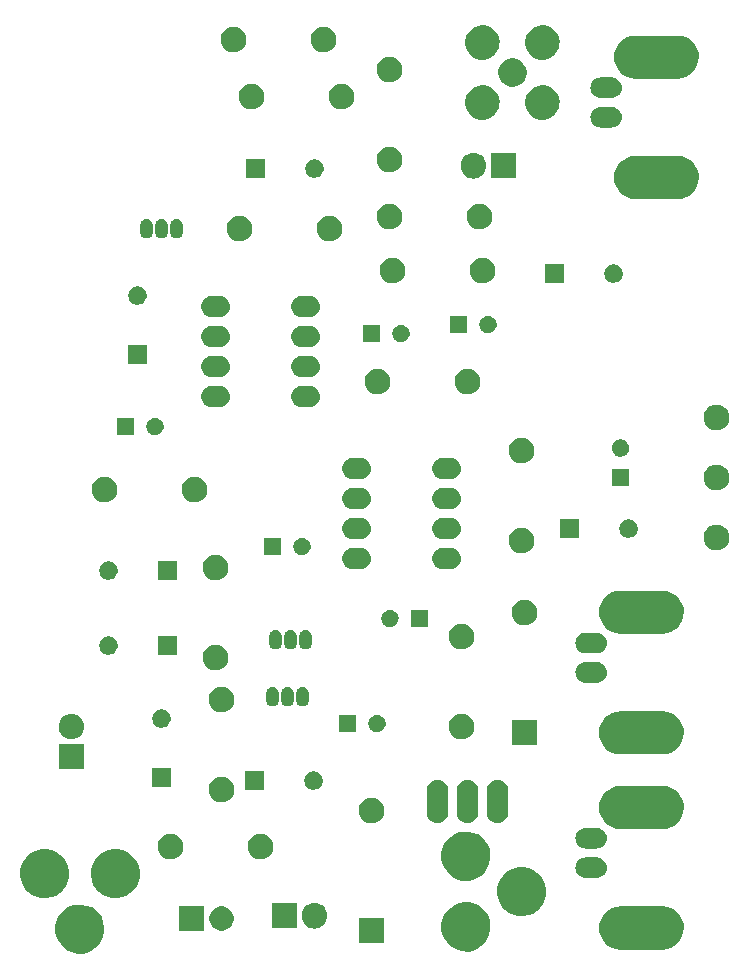
<source format=gts>
%TF.GenerationSoftware,KiCad,Pcbnew,4.0.4+e1-6308~48~ubuntu16.04.1-stable*%
%TF.CreationDate,2016-12-09T15:38:50-08:00*%
%TF.ProjectId,e202var-vlf-radio-receiver,653230327661722D766C662D72616469,v1.2*%
%TF.FileFunction,Soldermask,Top*%
%FSLAX46Y46*%
G04 Gerber Fmt 4.6, Leading zero omitted, Abs format (unit mm)*
G04 Created by KiCad (PCBNEW 4.0.4+e1-6308~48~ubuntu16.04.1-stable) date Fri Dec  9 15:38:50 2016*
%MOMM*%
%LPD*%
G01*
G04 APERTURE LIST*
%ADD10C,0.350000*%
G04 APERTURE END LIST*
D10*
G36*
X58081816Y-113622180D02*
X58480656Y-113704051D01*
X58856013Y-113861836D01*
X59193566Y-114089519D01*
X59480468Y-114378430D01*
X59705787Y-114717564D01*
X59860945Y-115094006D01*
X59939962Y-115493069D01*
X59939962Y-115493079D01*
X59940029Y-115493418D01*
X59933535Y-115958476D01*
X59933459Y-115958810D01*
X59933459Y-115958823D01*
X59843330Y-116355525D01*
X59677724Y-116727484D01*
X59443019Y-117060197D01*
X59148162Y-117340986D01*
X58804383Y-117559156D01*
X58424771Y-117706397D01*
X58023797Y-117777100D01*
X57616720Y-117768572D01*
X57219052Y-117681139D01*
X56845941Y-117518131D01*
X56511603Y-117285760D01*
X56228762Y-116992870D01*
X56008198Y-116650620D01*
X55858308Y-116272044D01*
X55784809Y-115871575D01*
X55790493Y-115464449D01*
X55875148Y-115066180D01*
X56035546Y-114691943D01*
X56265581Y-114355985D01*
X56556488Y-114071108D01*
X56897190Y-113848159D01*
X57274707Y-113695632D01*
X57674656Y-113619338D01*
X58081816Y-113622180D01*
X58081816Y-113622180D01*
G37*
G36*
X90769076Y-113446920D02*
X91167916Y-113528791D01*
X91543273Y-113686576D01*
X91880826Y-113914259D01*
X92167728Y-114203170D01*
X92393047Y-114542304D01*
X92548205Y-114918746D01*
X92627222Y-115317809D01*
X92627222Y-115317819D01*
X92627289Y-115318158D01*
X92620795Y-115783216D01*
X92620719Y-115783550D01*
X92620719Y-115783563D01*
X92530590Y-116180265D01*
X92364984Y-116552224D01*
X92130279Y-116884937D01*
X91835422Y-117165726D01*
X91491643Y-117383896D01*
X91112031Y-117531137D01*
X90711057Y-117601840D01*
X90303980Y-117593312D01*
X89906312Y-117505879D01*
X89533201Y-117342871D01*
X89198863Y-117110500D01*
X88916022Y-116817610D01*
X88695458Y-116475360D01*
X88545568Y-116096784D01*
X88472069Y-115696315D01*
X88477753Y-115289189D01*
X88562408Y-114890920D01*
X88722806Y-114516683D01*
X88952841Y-114180725D01*
X89243748Y-113895848D01*
X89584450Y-113672899D01*
X89961967Y-113520372D01*
X90361916Y-113444078D01*
X90769076Y-113446920D01*
X90769076Y-113446920D01*
G37*
G36*
X107200807Y-113782003D02*
X107200813Y-113782004D01*
X107202863Y-113782018D01*
X107557065Y-113821748D01*
X107896804Y-113929520D01*
X108209141Y-114101228D01*
X108482177Y-114330333D01*
X108705513Y-114608107D01*
X108870643Y-114923971D01*
X108971276Y-115265893D01*
X108971279Y-115265929D01*
X108971282Y-115265938D01*
X109003581Y-115620847D01*
X108966330Y-115975273D01*
X108966327Y-115975283D01*
X108966323Y-115975321D01*
X108860926Y-116315804D01*
X108691402Y-116629332D01*
X108464209Y-116903961D01*
X108188001Y-117129231D01*
X107873298Y-117296561D01*
X107532086Y-117399579D01*
X107177364Y-117434360D01*
X103642602Y-117434360D01*
X103619193Y-117434197D01*
X103619187Y-117434196D01*
X103617137Y-117434182D01*
X103262935Y-117394452D01*
X102923196Y-117286680D01*
X102610859Y-117114972D01*
X102337823Y-116885867D01*
X102114487Y-116608093D01*
X101949357Y-116292229D01*
X101848724Y-115950307D01*
X101848721Y-115950271D01*
X101848718Y-115950262D01*
X101816419Y-115595353D01*
X101853670Y-115240927D01*
X101853673Y-115240917D01*
X101853677Y-115240879D01*
X101959074Y-114900396D01*
X102128598Y-114586868D01*
X102355791Y-114312239D01*
X102631999Y-114086969D01*
X102946702Y-113919639D01*
X103287914Y-113816621D01*
X103642636Y-113781840D01*
X107177398Y-113781840D01*
X107200807Y-113782003D01*
X107200807Y-113782003D01*
G37*
G36*
X83625690Y-116899690D02*
X81474310Y-116899690D01*
X81474310Y-114748310D01*
X83625690Y-114748310D01*
X83625690Y-116899690D01*
X83625690Y-116899690D01*
G37*
G36*
X68336200Y-115884200D02*
X66283800Y-115884200D01*
X66283800Y-113731800D01*
X68336200Y-113731800D01*
X68336200Y-115884200D01*
X68336200Y-115884200D01*
G37*
G36*
X69957790Y-113782481D02*
X70154921Y-113822947D01*
X70340451Y-113900937D01*
X70507292Y-114013473D01*
X70649098Y-114156272D01*
X70760466Y-114323895D01*
X70837156Y-114509958D01*
X70876176Y-114707027D01*
X70876176Y-114707032D01*
X70876244Y-114707376D01*
X70873034Y-114937239D01*
X70872957Y-114937577D01*
X70872957Y-114937586D01*
X70828449Y-115133490D01*
X70746596Y-115317335D01*
X70630588Y-115481786D01*
X70484850Y-115620571D01*
X70314931Y-115728405D01*
X70127299Y-115801182D01*
X69929112Y-115836128D01*
X69727905Y-115831913D01*
X69531351Y-115788699D01*
X69346933Y-115708128D01*
X69181682Y-115593275D01*
X69041882Y-115448509D01*
X68932864Y-115279345D01*
X68858777Y-115092224D01*
X68822449Y-114894288D01*
X68825258Y-114693058D01*
X68867102Y-114496205D01*
X68946380Y-114311232D01*
X69060080Y-114145178D01*
X69203865Y-114004373D01*
X69372265Y-113894176D01*
X69558860Y-113818786D01*
X69756540Y-113781077D01*
X69957790Y-113782481D01*
X69957790Y-113782481D01*
G37*
G36*
X77943570Y-113478817D02*
X77943575Y-113478819D01*
X77943617Y-113478823D01*
X78147245Y-113541856D01*
X78334750Y-113643240D01*
X78498993Y-113779114D01*
X78633717Y-113944301D01*
X78733789Y-114132510D01*
X78795399Y-114336572D01*
X78816200Y-114548715D01*
X78816200Y-114559285D01*
X78816094Y-114574534D01*
X78792333Y-114786366D01*
X78727880Y-114989548D01*
X78625189Y-115176342D01*
X78488172Y-115339632D01*
X78322049Y-115473199D01*
X78133145Y-115571955D01*
X77928658Y-115632139D01*
X77928617Y-115632143D01*
X77928613Y-115632144D01*
X77716377Y-115651459D01*
X77504430Y-115629183D01*
X77504425Y-115629181D01*
X77504383Y-115629177D01*
X77300755Y-115566144D01*
X77113250Y-115464760D01*
X76949007Y-115328886D01*
X76814283Y-115163699D01*
X76714211Y-114975490D01*
X76652601Y-114771428D01*
X76631800Y-114559285D01*
X76631800Y-114548715D01*
X76631906Y-114533466D01*
X76655667Y-114321634D01*
X76720120Y-114118452D01*
X76822811Y-113931658D01*
X76959828Y-113768368D01*
X77125951Y-113634801D01*
X77314855Y-113536045D01*
X77519342Y-113475861D01*
X77519383Y-113475857D01*
X77519387Y-113475856D01*
X77731623Y-113456541D01*
X77943570Y-113478817D01*
X77943570Y-113478817D01*
G37*
G36*
X76276200Y-115646200D02*
X74091800Y-115646200D01*
X74091800Y-113461800D01*
X76276200Y-113461800D01*
X76276200Y-115646200D01*
X76276200Y-115646200D01*
G37*
G36*
X95468076Y-110447180D02*
X95866916Y-110529051D01*
X96242273Y-110686836D01*
X96579826Y-110914519D01*
X96866728Y-111203430D01*
X97092047Y-111542564D01*
X97247205Y-111919006D01*
X97326222Y-112318069D01*
X97326222Y-112318079D01*
X97326289Y-112318418D01*
X97319795Y-112783476D01*
X97319719Y-112783810D01*
X97319719Y-112783823D01*
X97229590Y-113180525D01*
X97063984Y-113552484D01*
X96829279Y-113885197D01*
X96534422Y-114165986D01*
X96190643Y-114384156D01*
X95811031Y-114531397D01*
X95410057Y-114602100D01*
X95002980Y-114593572D01*
X94605312Y-114506139D01*
X94232201Y-114343131D01*
X93897863Y-114110760D01*
X93615022Y-113817870D01*
X93394458Y-113475620D01*
X93244568Y-113097044D01*
X93171069Y-112696575D01*
X93176753Y-112289449D01*
X93261408Y-111891180D01*
X93421806Y-111516943D01*
X93651841Y-111180985D01*
X93942748Y-110896108D01*
X94283450Y-110673159D01*
X94660967Y-110520632D01*
X95060916Y-110444338D01*
X95468076Y-110447180D01*
X95468076Y-110447180D01*
G37*
G36*
X61081556Y-108923180D02*
X61480396Y-109005051D01*
X61855753Y-109162836D01*
X62193306Y-109390519D01*
X62480208Y-109679430D01*
X62705527Y-110018564D01*
X62860685Y-110395006D01*
X62939702Y-110794069D01*
X62939702Y-110794079D01*
X62939769Y-110794418D01*
X62933275Y-111259476D01*
X62933199Y-111259810D01*
X62933199Y-111259823D01*
X62843070Y-111656525D01*
X62677464Y-112028484D01*
X62442759Y-112361197D01*
X62147902Y-112641986D01*
X61804123Y-112860156D01*
X61424511Y-113007397D01*
X61023537Y-113078100D01*
X60616460Y-113069572D01*
X60218792Y-112982139D01*
X59845681Y-112819131D01*
X59511343Y-112586760D01*
X59228502Y-112293870D01*
X59007938Y-111951620D01*
X58858048Y-111573044D01*
X58784549Y-111172575D01*
X58790233Y-110765449D01*
X58874888Y-110367180D01*
X59035286Y-109992943D01*
X59265321Y-109656985D01*
X59556228Y-109372108D01*
X59896930Y-109149159D01*
X60274447Y-108996632D01*
X60674396Y-108920338D01*
X61081556Y-108923180D01*
X61081556Y-108923180D01*
G37*
G36*
X55082076Y-108923180D02*
X55480916Y-109005051D01*
X55856273Y-109162836D01*
X56193826Y-109390519D01*
X56480728Y-109679430D01*
X56706047Y-110018564D01*
X56861205Y-110395006D01*
X56940222Y-110794069D01*
X56940222Y-110794079D01*
X56940289Y-110794418D01*
X56933795Y-111259476D01*
X56933719Y-111259810D01*
X56933719Y-111259823D01*
X56843590Y-111656525D01*
X56677984Y-112028484D01*
X56443279Y-112361197D01*
X56148422Y-112641986D01*
X55804643Y-112860156D01*
X55425031Y-113007397D01*
X55024057Y-113078100D01*
X54616980Y-113069572D01*
X54219312Y-112982139D01*
X53846201Y-112819131D01*
X53511863Y-112586760D01*
X53229022Y-112293870D01*
X53008458Y-111951620D01*
X52858568Y-111573044D01*
X52785069Y-111172575D01*
X52790753Y-110765449D01*
X52875408Y-110367180D01*
X53035806Y-109992943D01*
X53265841Y-109656985D01*
X53556748Y-109372108D01*
X53897450Y-109149159D01*
X54274967Y-108996632D01*
X54674916Y-108920338D01*
X55082076Y-108923180D01*
X55082076Y-108923180D01*
G37*
G36*
X90769076Y-107447440D02*
X91167916Y-107529311D01*
X91543273Y-107687096D01*
X91880826Y-107914779D01*
X92167728Y-108203690D01*
X92393047Y-108542824D01*
X92548205Y-108919266D01*
X92627222Y-109318329D01*
X92627222Y-109318339D01*
X92627289Y-109318678D01*
X92620795Y-109783736D01*
X92620719Y-109784070D01*
X92620719Y-109784083D01*
X92530590Y-110180785D01*
X92364984Y-110552744D01*
X92130279Y-110885457D01*
X91835422Y-111166246D01*
X91491643Y-111384416D01*
X91112031Y-111531657D01*
X90711057Y-111602360D01*
X90303980Y-111593832D01*
X89906312Y-111506399D01*
X89533201Y-111343391D01*
X89198863Y-111111020D01*
X88916022Y-110818130D01*
X88695458Y-110475880D01*
X88545568Y-110097304D01*
X88472069Y-109696835D01*
X88477753Y-109289709D01*
X88562408Y-108891440D01*
X88722806Y-108517203D01*
X88952841Y-108181245D01*
X89243748Y-107896368D01*
X89584450Y-107673419D01*
X89961967Y-107520892D01*
X90361916Y-107444598D01*
X90769076Y-107447440D01*
X90769076Y-107447440D01*
G37*
G36*
X101606194Y-109631514D02*
X101613570Y-109631565D01*
X101783528Y-109650629D01*
X101946546Y-109702342D01*
X102096416Y-109784733D01*
X102227427Y-109894665D01*
X102334592Y-110027950D01*
X102413826Y-110179512D01*
X102462113Y-110343578D01*
X102462116Y-110343609D01*
X102462120Y-110343623D01*
X102477615Y-110513894D01*
X102459743Y-110683937D01*
X102459742Y-110683942D01*
X102459737Y-110683985D01*
X102409164Y-110847360D01*
X102327821Y-110997801D01*
X102218806Y-111129577D01*
X102086272Y-111237669D01*
X101935267Y-111317960D01*
X101771543Y-111367391D01*
X101601335Y-111384080D01*
X100689308Y-111384080D01*
X100684486Y-111384046D01*
X100677110Y-111383995D01*
X100507152Y-111364931D01*
X100344134Y-111313218D01*
X100194264Y-111230827D01*
X100063253Y-111120895D01*
X99956088Y-110987610D01*
X99876854Y-110836048D01*
X99828567Y-110671982D01*
X99828564Y-110671951D01*
X99828560Y-110671937D01*
X99813065Y-110501666D01*
X99830937Y-110331623D01*
X99830938Y-110331618D01*
X99830943Y-110331575D01*
X99881516Y-110168200D01*
X99962859Y-110017759D01*
X100071874Y-109885983D01*
X100204408Y-109777891D01*
X100355413Y-109697600D01*
X100519137Y-109648169D01*
X100689345Y-109631480D01*
X101601372Y-109631480D01*
X101606194Y-109631514D01*
X101606194Y-109631514D01*
G37*
G36*
X73264988Y-107637024D02*
X73471626Y-107679441D01*
X73666104Y-107761192D01*
X73840991Y-107879155D01*
X73989636Y-108028841D01*
X74106375Y-108204548D01*
X74186763Y-108399584D01*
X74227669Y-108606174D01*
X74227669Y-108606184D01*
X74227736Y-108606523D01*
X74224372Y-108847472D01*
X74224295Y-108847810D01*
X74224295Y-108847819D01*
X74177637Y-109053187D01*
X74091836Y-109245899D01*
X73970234Y-109418280D01*
X73817466Y-109563759D01*
X73639353Y-109676793D01*
X73442672Y-109753080D01*
X73234927Y-109789712D01*
X73024017Y-109785293D01*
X72817984Y-109739995D01*
X72624672Y-109655538D01*
X72451451Y-109535146D01*
X72304909Y-109383399D01*
X72190633Y-109206076D01*
X72112973Y-109009931D01*
X72074893Y-108802449D01*
X72077838Y-108591515D01*
X72121699Y-108385168D01*
X72204802Y-108191274D01*
X72323985Y-108017212D01*
X72474704Y-107869616D01*
X72651225Y-107754105D01*
X72846819Y-107675079D01*
X73054033Y-107635552D01*
X73264988Y-107637024D01*
X73264988Y-107637024D01*
G37*
G36*
X65644988Y-107637024D02*
X65851626Y-107679441D01*
X66046104Y-107761192D01*
X66220991Y-107879155D01*
X66369636Y-108028841D01*
X66486375Y-108204548D01*
X66566763Y-108399584D01*
X66607669Y-108606174D01*
X66607669Y-108606184D01*
X66607736Y-108606523D01*
X66604372Y-108847472D01*
X66604295Y-108847810D01*
X66604295Y-108847819D01*
X66557637Y-109053187D01*
X66471836Y-109245899D01*
X66350234Y-109418280D01*
X66197466Y-109563759D01*
X66019353Y-109676793D01*
X65822672Y-109753080D01*
X65614927Y-109789712D01*
X65404017Y-109785293D01*
X65197984Y-109739995D01*
X65004672Y-109655538D01*
X64831451Y-109535146D01*
X64684909Y-109383399D01*
X64570633Y-109206076D01*
X64492973Y-109009931D01*
X64454893Y-108802449D01*
X64457838Y-108591515D01*
X64501699Y-108385168D01*
X64584802Y-108191274D01*
X64703985Y-108017212D01*
X64854704Y-107869616D01*
X65031225Y-107754105D01*
X65226819Y-107675079D01*
X65434033Y-107635552D01*
X65644988Y-107637024D01*
X65644988Y-107637024D01*
G37*
G36*
X101606194Y-107132154D02*
X101613570Y-107132205D01*
X101783528Y-107151269D01*
X101946546Y-107202982D01*
X102096416Y-107285373D01*
X102227427Y-107395305D01*
X102334592Y-107528590D01*
X102413826Y-107680152D01*
X102462113Y-107844218D01*
X102462116Y-107844249D01*
X102462120Y-107844263D01*
X102477615Y-108014534D01*
X102459743Y-108184577D01*
X102459742Y-108184582D01*
X102459737Y-108184625D01*
X102409164Y-108348000D01*
X102327821Y-108498441D01*
X102218806Y-108630217D01*
X102086272Y-108738309D01*
X101935267Y-108818600D01*
X101771543Y-108868031D01*
X101601335Y-108884720D01*
X100689308Y-108884720D01*
X100684486Y-108884686D01*
X100677110Y-108884635D01*
X100507152Y-108865571D01*
X100344134Y-108813858D01*
X100194264Y-108731467D01*
X100063253Y-108621535D01*
X99956088Y-108488250D01*
X99876854Y-108336688D01*
X99828567Y-108172622D01*
X99828564Y-108172591D01*
X99828560Y-108172577D01*
X99813065Y-108002306D01*
X99830937Y-107832263D01*
X99830938Y-107832258D01*
X99830943Y-107832215D01*
X99881516Y-107668840D01*
X99962859Y-107518399D01*
X100071874Y-107386623D01*
X100204408Y-107278531D01*
X100355413Y-107198240D01*
X100519137Y-107148809D01*
X100689345Y-107132120D01*
X101601372Y-107132120D01*
X101606194Y-107132154D01*
X101606194Y-107132154D01*
G37*
G36*
X107200807Y-103583903D02*
X107200813Y-103583904D01*
X107202863Y-103583918D01*
X107557065Y-103623648D01*
X107896804Y-103731420D01*
X108209141Y-103903128D01*
X108482177Y-104132233D01*
X108705513Y-104410007D01*
X108870643Y-104725871D01*
X108971276Y-105067793D01*
X108971279Y-105067829D01*
X108971282Y-105067838D01*
X109003581Y-105422747D01*
X108966330Y-105777173D01*
X108966327Y-105777183D01*
X108966323Y-105777221D01*
X108860926Y-106117704D01*
X108691402Y-106431232D01*
X108464209Y-106705861D01*
X108188001Y-106931131D01*
X107873298Y-107098461D01*
X107532086Y-107201479D01*
X107177364Y-107236260D01*
X103642602Y-107236260D01*
X103619193Y-107236097D01*
X103619187Y-107236096D01*
X103617137Y-107236082D01*
X103262935Y-107196352D01*
X102923196Y-107088580D01*
X102610859Y-106916872D01*
X102337823Y-106687767D01*
X102114487Y-106409993D01*
X101949357Y-106094129D01*
X101848724Y-105752207D01*
X101848721Y-105752171D01*
X101848718Y-105752162D01*
X101816419Y-105397253D01*
X101853670Y-105042827D01*
X101853673Y-105042817D01*
X101853677Y-105042779D01*
X101959074Y-104702296D01*
X102128598Y-104388768D01*
X102355791Y-104114139D01*
X102631999Y-103888869D01*
X102946702Y-103721539D01*
X103287914Y-103618521D01*
X103642636Y-103583740D01*
X107177398Y-103583740D01*
X107200807Y-103583903D01*
X107200807Y-103583903D01*
G37*
G36*
X82662988Y-104589024D02*
X82869626Y-104631441D01*
X83064104Y-104713192D01*
X83238991Y-104831155D01*
X83387636Y-104980841D01*
X83504375Y-105156548D01*
X83584763Y-105351584D01*
X83625669Y-105558174D01*
X83625669Y-105558184D01*
X83625736Y-105558523D01*
X83622372Y-105799472D01*
X83622295Y-105799810D01*
X83622295Y-105799819D01*
X83575637Y-106005187D01*
X83489836Y-106197899D01*
X83368234Y-106370280D01*
X83215466Y-106515759D01*
X83037353Y-106628793D01*
X82840672Y-106705080D01*
X82632927Y-106741712D01*
X82422017Y-106737293D01*
X82215984Y-106691995D01*
X82022672Y-106607538D01*
X81849451Y-106487146D01*
X81702909Y-106335399D01*
X81588633Y-106158076D01*
X81510973Y-105961931D01*
X81472893Y-105754449D01*
X81475838Y-105543515D01*
X81519699Y-105337168D01*
X81602802Y-105143274D01*
X81721985Y-104969212D01*
X81872704Y-104821616D01*
X82049225Y-104706105D01*
X82244819Y-104627079D01*
X82452033Y-104587552D01*
X82662988Y-104589024D01*
X82662988Y-104589024D01*
G37*
G36*
X93404117Y-103085807D02*
X93404127Y-103085810D01*
X93404164Y-103085814D01*
X93576774Y-103139245D01*
X93735718Y-103225186D01*
X93874942Y-103340363D01*
X93989143Y-103480388D01*
X94073972Y-103639928D01*
X94126198Y-103812906D01*
X94143830Y-103992734D01*
X94143830Y-105811302D01*
X94143755Y-105822137D01*
X94143754Y-105822144D01*
X94143740Y-105824193D01*
X94123598Y-106003757D01*
X94068963Y-106175989D01*
X93981915Y-106334329D01*
X93865769Y-106472746D01*
X93724950Y-106585968D01*
X93564822Y-106669681D01*
X93391483Y-106720697D01*
X93391447Y-106720700D01*
X93391438Y-106720703D01*
X93211539Y-106737075D01*
X93031883Y-106718193D01*
X93031873Y-106718190D01*
X93031836Y-106718186D01*
X92859226Y-106664755D01*
X92700282Y-106578814D01*
X92561058Y-106463637D01*
X92446857Y-106323612D01*
X92362028Y-106164072D01*
X92309802Y-105991094D01*
X92292170Y-105811266D01*
X92292170Y-103992698D01*
X92292245Y-103981863D01*
X92292246Y-103981856D01*
X92292260Y-103979807D01*
X92312402Y-103800243D01*
X92367037Y-103628011D01*
X92454085Y-103469671D01*
X92570231Y-103331254D01*
X92711050Y-103218032D01*
X92871178Y-103134319D01*
X93044517Y-103083303D01*
X93044553Y-103083300D01*
X93044562Y-103083297D01*
X93224461Y-103066925D01*
X93404117Y-103085807D01*
X93404117Y-103085807D01*
G37*
G36*
X90864117Y-103085807D02*
X90864127Y-103085810D01*
X90864164Y-103085814D01*
X91036774Y-103139245D01*
X91195718Y-103225186D01*
X91334942Y-103340363D01*
X91449143Y-103480388D01*
X91533972Y-103639928D01*
X91586198Y-103812906D01*
X91603830Y-103992734D01*
X91603830Y-105811302D01*
X91603755Y-105822137D01*
X91603754Y-105822144D01*
X91603740Y-105824193D01*
X91583598Y-106003757D01*
X91528963Y-106175989D01*
X91441915Y-106334329D01*
X91325769Y-106472746D01*
X91184950Y-106585968D01*
X91024822Y-106669681D01*
X90851483Y-106720697D01*
X90851447Y-106720700D01*
X90851438Y-106720703D01*
X90671539Y-106737075D01*
X90491883Y-106718193D01*
X90491873Y-106718190D01*
X90491836Y-106718186D01*
X90319226Y-106664755D01*
X90160282Y-106578814D01*
X90021058Y-106463637D01*
X89906857Y-106323612D01*
X89822028Y-106164072D01*
X89769802Y-105991094D01*
X89752170Y-105811266D01*
X89752170Y-103992698D01*
X89752245Y-103981863D01*
X89752246Y-103981856D01*
X89752260Y-103979807D01*
X89772402Y-103800243D01*
X89827037Y-103628011D01*
X89914085Y-103469671D01*
X90030231Y-103331254D01*
X90171050Y-103218032D01*
X90331178Y-103134319D01*
X90504517Y-103083303D01*
X90504553Y-103083300D01*
X90504562Y-103083297D01*
X90684461Y-103066925D01*
X90864117Y-103085807D01*
X90864117Y-103085807D01*
G37*
G36*
X88324117Y-103085807D02*
X88324127Y-103085810D01*
X88324164Y-103085814D01*
X88496774Y-103139245D01*
X88655718Y-103225186D01*
X88794942Y-103340363D01*
X88909143Y-103480388D01*
X88993972Y-103639928D01*
X89046198Y-103812906D01*
X89063830Y-103992734D01*
X89063830Y-105811302D01*
X89063755Y-105822137D01*
X89063754Y-105822144D01*
X89063740Y-105824193D01*
X89043598Y-106003757D01*
X88988963Y-106175989D01*
X88901915Y-106334329D01*
X88785769Y-106472746D01*
X88644950Y-106585968D01*
X88484822Y-106669681D01*
X88311483Y-106720697D01*
X88311447Y-106720700D01*
X88311438Y-106720703D01*
X88131539Y-106737075D01*
X87951883Y-106718193D01*
X87951873Y-106718190D01*
X87951836Y-106718186D01*
X87779226Y-106664755D01*
X87620282Y-106578814D01*
X87481058Y-106463637D01*
X87366857Y-106323612D01*
X87282028Y-106164072D01*
X87229802Y-105991094D01*
X87212170Y-105811266D01*
X87212170Y-103992698D01*
X87212245Y-103981863D01*
X87212246Y-103981856D01*
X87212260Y-103979807D01*
X87232402Y-103800243D01*
X87287037Y-103628011D01*
X87374085Y-103469671D01*
X87490231Y-103331254D01*
X87631050Y-103218032D01*
X87791178Y-103134319D01*
X87964517Y-103083303D01*
X87964553Y-103083300D01*
X87964562Y-103083297D01*
X88144461Y-103066925D01*
X88324117Y-103085807D01*
X88324117Y-103085807D01*
G37*
G36*
X69962988Y-102811024D02*
X70169626Y-102853441D01*
X70364104Y-102935192D01*
X70538991Y-103053155D01*
X70687636Y-103202841D01*
X70804375Y-103378548D01*
X70884763Y-103573584D01*
X70925669Y-103780174D01*
X70925669Y-103780184D01*
X70925736Y-103780523D01*
X70922372Y-104021472D01*
X70922295Y-104021810D01*
X70922295Y-104021819D01*
X70875637Y-104227187D01*
X70789836Y-104419899D01*
X70668234Y-104592280D01*
X70515466Y-104737759D01*
X70337353Y-104850793D01*
X70140672Y-104927080D01*
X69932927Y-104963712D01*
X69722017Y-104959293D01*
X69515984Y-104913995D01*
X69322672Y-104829538D01*
X69149451Y-104709146D01*
X69002909Y-104557399D01*
X68888633Y-104380076D01*
X68810973Y-104183931D01*
X68772893Y-103976449D01*
X68775838Y-103765515D01*
X68819699Y-103559168D01*
X68902802Y-103365274D01*
X69021985Y-103191212D01*
X69172704Y-103043616D01*
X69349225Y-102928105D01*
X69544819Y-102849079D01*
X69752033Y-102809552D01*
X69962988Y-102811024D01*
X69962988Y-102811024D01*
G37*
G36*
X77725531Y-102348315D02*
X77874636Y-102378923D01*
X78014969Y-102437913D01*
X78141162Y-102523032D01*
X78248424Y-102631044D01*
X78332662Y-102757834D01*
X78390667Y-102898565D01*
X78418090Y-103037060D01*
X78420234Y-103047890D01*
X78417806Y-103221754D01*
X78417728Y-103222097D01*
X78417728Y-103222101D01*
X78384082Y-103370196D01*
X78322170Y-103509252D01*
X78234424Y-103633640D01*
X78124189Y-103738615D01*
X77995664Y-103820180D01*
X77853746Y-103875226D01*
X77703840Y-103901659D01*
X77551649Y-103898470D01*
X77402980Y-103865784D01*
X77263488Y-103804841D01*
X77138496Y-103717969D01*
X77032754Y-103608470D01*
X76950294Y-103480517D01*
X76894256Y-103338982D01*
X76866778Y-103189266D01*
X76868903Y-103037060D01*
X76900553Y-102888163D01*
X76960517Y-102748253D01*
X77046518Y-102622653D01*
X77155275Y-102516150D01*
X77282650Y-102432799D01*
X77423787Y-102375775D01*
X77573308Y-102347253D01*
X77725531Y-102348315D01*
X77725531Y-102348315D01*
G37*
G36*
X73420200Y-103900200D02*
X71867800Y-103900200D01*
X71867800Y-102347800D01*
X73420200Y-102347800D01*
X73420200Y-103900200D01*
X73420200Y-103900200D01*
G37*
G36*
X65546200Y-103646200D02*
X63993800Y-103646200D01*
X63993800Y-102093800D01*
X65546200Y-102093800D01*
X65546200Y-103646200D01*
X65546200Y-103646200D01*
G37*
G36*
X58242200Y-102184200D02*
X56057800Y-102184200D01*
X56057800Y-99999800D01*
X58242200Y-99999800D01*
X58242200Y-102184200D01*
X58242200Y-102184200D01*
G37*
G36*
X107200807Y-97254223D02*
X107200813Y-97254224D01*
X107202863Y-97254238D01*
X107557065Y-97293968D01*
X107896804Y-97401740D01*
X108209141Y-97573448D01*
X108482177Y-97802553D01*
X108705513Y-98080327D01*
X108870643Y-98396191D01*
X108971276Y-98738113D01*
X108971279Y-98738149D01*
X108971282Y-98738158D01*
X109003581Y-99093067D01*
X108966330Y-99447493D01*
X108966327Y-99447503D01*
X108966323Y-99447541D01*
X108860926Y-99788024D01*
X108691402Y-100101552D01*
X108464209Y-100376181D01*
X108188001Y-100601451D01*
X107873298Y-100768781D01*
X107532086Y-100871799D01*
X107177364Y-100906580D01*
X103642602Y-100906580D01*
X103619193Y-100906417D01*
X103619187Y-100906416D01*
X103617137Y-100906402D01*
X103262935Y-100866672D01*
X102923196Y-100758900D01*
X102610859Y-100587192D01*
X102337823Y-100358087D01*
X102114487Y-100080313D01*
X101949357Y-99764449D01*
X101848724Y-99422527D01*
X101848721Y-99422491D01*
X101848718Y-99422482D01*
X101816419Y-99067573D01*
X101853670Y-98713147D01*
X101853673Y-98713137D01*
X101853677Y-98713099D01*
X101959074Y-98372616D01*
X102128598Y-98059088D01*
X102355791Y-97784459D01*
X102631999Y-97559189D01*
X102946702Y-97391859D01*
X103287914Y-97288841D01*
X103642636Y-97254060D01*
X107177398Y-97254060D01*
X107200807Y-97254223D01*
X107200807Y-97254223D01*
G37*
G36*
X96579690Y-100135690D02*
X94428310Y-100135690D01*
X94428310Y-97984310D01*
X96579690Y-97984310D01*
X96579690Y-100135690D01*
X96579690Y-100135690D01*
G37*
G36*
X57161395Y-97459842D02*
X57170534Y-97459906D01*
X57382366Y-97483667D01*
X57585548Y-97548120D01*
X57772342Y-97650811D01*
X57935632Y-97787828D01*
X58069199Y-97953951D01*
X58167955Y-98142855D01*
X58228139Y-98347342D01*
X58228143Y-98347383D01*
X58228144Y-98347387D01*
X58247459Y-98559623D01*
X58225183Y-98771570D01*
X58225181Y-98771575D01*
X58225177Y-98771617D01*
X58162144Y-98975245D01*
X58060760Y-99162750D01*
X57924886Y-99326993D01*
X57759699Y-99461717D01*
X57571490Y-99561789D01*
X57367428Y-99623399D01*
X57155285Y-99644200D01*
X57144679Y-99644200D01*
X57138605Y-99644158D01*
X57129466Y-99644094D01*
X56917634Y-99620333D01*
X56714452Y-99555880D01*
X56527658Y-99453189D01*
X56364368Y-99316172D01*
X56230801Y-99150049D01*
X56132045Y-98961145D01*
X56071861Y-98756658D01*
X56071857Y-98756617D01*
X56071856Y-98756613D01*
X56052541Y-98544377D01*
X56074817Y-98332430D01*
X56074819Y-98332425D01*
X56074823Y-98332383D01*
X56137856Y-98128755D01*
X56239240Y-97941250D01*
X56375114Y-97777007D01*
X56540301Y-97642283D01*
X56728510Y-97542211D01*
X56932572Y-97480601D01*
X57144715Y-97459800D01*
X57155321Y-97459800D01*
X57161395Y-97459842D01*
X57161395Y-97459842D01*
G37*
G36*
X90282988Y-97477024D02*
X90489626Y-97519441D01*
X90684104Y-97601192D01*
X90858991Y-97719155D01*
X91007636Y-97868841D01*
X91124375Y-98044548D01*
X91204763Y-98239584D01*
X91245669Y-98446174D01*
X91245669Y-98446184D01*
X91245736Y-98446523D01*
X91242372Y-98687472D01*
X91242295Y-98687810D01*
X91242295Y-98687819D01*
X91195637Y-98893187D01*
X91109836Y-99085899D01*
X90988234Y-99258280D01*
X90835466Y-99403759D01*
X90657353Y-99516793D01*
X90460672Y-99593080D01*
X90252927Y-99629712D01*
X90042017Y-99625293D01*
X89835984Y-99579995D01*
X89642672Y-99495538D01*
X89469451Y-99375146D01*
X89322909Y-99223399D01*
X89208633Y-99046076D01*
X89130973Y-98849931D01*
X89092893Y-98642449D01*
X89095838Y-98431515D01*
X89139699Y-98225168D01*
X89222802Y-98031274D01*
X89341985Y-97857212D01*
X89492704Y-97709616D01*
X89669225Y-97594105D01*
X89864819Y-97515079D01*
X90072033Y-97475552D01*
X90282988Y-97477024D01*
X90282988Y-97477024D01*
G37*
G36*
X83094280Y-97572281D02*
X83233779Y-97600917D01*
X83365073Y-97656108D01*
X83483140Y-97735745D01*
X83583491Y-97836798D01*
X83662300Y-97955417D01*
X83716571Y-98087087D01*
X83744164Y-98226443D01*
X83744164Y-98226453D01*
X83744231Y-98226792D01*
X83741960Y-98389457D01*
X83741883Y-98389795D01*
X83741883Y-98389804D01*
X83710409Y-98528337D01*
X83652486Y-98658436D01*
X83570391Y-98774811D01*
X83467258Y-98873024D01*
X83347013Y-98949334D01*
X83214233Y-99000836D01*
X83073985Y-99025566D01*
X82931599Y-99022583D01*
X82792504Y-98992001D01*
X82661999Y-98934985D01*
X82545058Y-98853709D01*
X82446127Y-98751263D01*
X82368979Y-98631552D01*
X82316550Y-98499133D01*
X82290843Y-98359063D01*
X82292831Y-98216661D01*
X82322442Y-98077355D01*
X82378544Y-97946457D01*
X82459005Y-97828947D01*
X82560756Y-97729305D01*
X82679926Y-97651323D01*
X82811972Y-97597972D01*
X82951862Y-97571287D01*
X83094280Y-97572281D01*
X83094280Y-97572281D01*
G37*
G36*
X81244200Y-99024200D02*
X79791800Y-99024200D01*
X79791800Y-97571800D01*
X81244200Y-97571800D01*
X81244200Y-99024200D01*
X81244200Y-99024200D01*
G37*
G36*
X64851531Y-97094315D02*
X65000636Y-97124923D01*
X65140969Y-97183913D01*
X65267162Y-97269032D01*
X65374424Y-97377044D01*
X65458662Y-97503834D01*
X65516667Y-97644565D01*
X65544090Y-97783060D01*
X65546234Y-97793890D01*
X65543806Y-97967754D01*
X65543728Y-97968097D01*
X65543728Y-97968101D01*
X65510082Y-98116196D01*
X65448170Y-98255252D01*
X65360424Y-98379640D01*
X65250189Y-98484615D01*
X65121664Y-98566180D01*
X64979746Y-98621226D01*
X64829840Y-98647659D01*
X64677649Y-98644470D01*
X64528980Y-98611784D01*
X64389488Y-98550841D01*
X64264496Y-98463969D01*
X64158754Y-98354470D01*
X64076294Y-98226517D01*
X64020256Y-98084982D01*
X63992778Y-97935266D01*
X63994903Y-97783060D01*
X64026553Y-97634163D01*
X64086517Y-97494253D01*
X64172518Y-97368653D01*
X64281275Y-97262150D01*
X64408650Y-97178799D01*
X64549787Y-97121775D01*
X64699308Y-97093253D01*
X64851531Y-97094315D01*
X64851531Y-97094315D01*
G37*
G36*
X69962988Y-95191024D02*
X70169626Y-95233441D01*
X70364104Y-95315192D01*
X70538991Y-95433155D01*
X70687636Y-95582841D01*
X70804375Y-95758548D01*
X70884763Y-95953584D01*
X70925669Y-96160174D01*
X70925669Y-96160184D01*
X70925736Y-96160523D01*
X70922372Y-96401472D01*
X70922295Y-96401810D01*
X70922295Y-96401819D01*
X70875637Y-96607187D01*
X70789836Y-96799899D01*
X70668234Y-96972280D01*
X70515466Y-97117759D01*
X70337353Y-97230793D01*
X70140672Y-97307080D01*
X69932927Y-97343712D01*
X69722017Y-97339293D01*
X69515984Y-97293995D01*
X69322672Y-97209538D01*
X69149451Y-97089146D01*
X69002909Y-96937399D01*
X68888633Y-96760076D01*
X68810973Y-96563931D01*
X68772893Y-96356449D01*
X68775838Y-96145515D01*
X68819699Y-95939168D01*
X68902802Y-95745274D01*
X69021985Y-95571212D01*
X69172704Y-95423616D01*
X69349225Y-95308105D01*
X69544819Y-95229079D01*
X69752033Y-95189552D01*
X69962988Y-95191024D01*
X69962988Y-95191024D01*
G37*
G36*
X74273676Y-95191963D02*
X74273681Y-95191965D01*
X74273723Y-95191969D01*
X74371748Y-95222313D01*
X74462012Y-95271119D01*
X74541078Y-95336527D01*
X74605933Y-95416048D01*
X74654108Y-95506651D01*
X74683767Y-95604885D01*
X74693780Y-95707010D01*
X74693780Y-96316990D01*
X74693729Y-96324331D01*
X74682290Y-96426306D01*
X74651263Y-96524117D01*
X74601828Y-96614038D01*
X74535869Y-96692645D01*
X74455898Y-96756944D01*
X74364961Y-96804485D01*
X74266521Y-96833457D01*
X74266485Y-96833460D01*
X74266476Y-96833463D01*
X74164333Y-96842759D01*
X74062324Y-96832037D01*
X74062319Y-96832035D01*
X74062277Y-96832031D01*
X73964252Y-96801687D01*
X73873988Y-96752881D01*
X73794922Y-96687473D01*
X73730067Y-96607952D01*
X73681892Y-96517349D01*
X73652233Y-96419115D01*
X73642220Y-96316990D01*
X73642220Y-95707010D01*
X73642271Y-95699669D01*
X73653710Y-95597694D01*
X73684737Y-95499883D01*
X73734172Y-95409962D01*
X73800131Y-95331355D01*
X73880102Y-95267056D01*
X73971039Y-95219515D01*
X74069479Y-95190543D01*
X74069515Y-95190540D01*
X74069524Y-95190537D01*
X74171667Y-95181241D01*
X74273676Y-95191963D01*
X74273676Y-95191963D01*
G37*
G36*
X76813676Y-95191963D02*
X76813681Y-95191965D01*
X76813723Y-95191969D01*
X76911748Y-95222313D01*
X77002012Y-95271119D01*
X77081078Y-95336527D01*
X77145933Y-95416048D01*
X77194108Y-95506651D01*
X77223767Y-95604885D01*
X77233780Y-95707010D01*
X77233780Y-96316990D01*
X77233729Y-96324331D01*
X77222290Y-96426306D01*
X77191263Y-96524117D01*
X77141828Y-96614038D01*
X77075869Y-96692645D01*
X76995898Y-96756944D01*
X76904961Y-96804485D01*
X76806521Y-96833457D01*
X76806485Y-96833460D01*
X76806476Y-96833463D01*
X76704333Y-96842759D01*
X76602324Y-96832037D01*
X76602319Y-96832035D01*
X76602277Y-96832031D01*
X76504252Y-96801687D01*
X76413988Y-96752881D01*
X76334922Y-96687473D01*
X76270067Y-96607952D01*
X76221892Y-96517349D01*
X76192233Y-96419115D01*
X76182220Y-96316990D01*
X76182220Y-95707010D01*
X76182271Y-95699669D01*
X76193710Y-95597694D01*
X76224737Y-95499883D01*
X76274172Y-95409962D01*
X76340131Y-95331355D01*
X76420102Y-95267056D01*
X76511039Y-95219515D01*
X76609479Y-95190543D01*
X76609515Y-95190540D01*
X76609524Y-95190537D01*
X76711667Y-95181241D01*
X76813676Y-95191963D01*
X76813676Y-95191963D01*
G37*
G36*
X75543676Y-95191963D02*
X75543681Y-95191965D01*
X75543723Y-95191969D01*
X75641748Y-95222313D01*
X75732012Y-95271119D01*
X75811078Y-95336527D01*
X75875933Y-95416048D01*
X75924108Y-95506651D01*
X75953767Y-95604885D01*
X75963780Y-95707010D01*
X75963780Y-96316990D01*
X75963729Y-96324331D01*
X75952290Y-96426306D01*
X75921263Y-96524117D01*
X75871828Y-96614038D01*
X75805869Y-96692645D01*
X75725898Y-96756944D01*
X75634961Y-96804485D01*
X75536521Y-96833457D01*
X75536485Y-96833460D01*
X75536476Y-96833463D01*
X75434333Y-96842759D01*
X75332324Y-96832037D01*
X75332319Y-96832035D01*
X75332277Y-96832031D01*
X75234252Y-96801687D01*
X75143988Y-96752881D01*
X75064922Y-96687473D01*
X75000067Y-96607952D01*
X74951892Y-96517349D01*
X74922233Y-96419115D01*
X74912220Y-96316990D01*
X74912220Y-95707010D01*
X74912271Y-95699669D01*
X74923710Y-95597694D01*
X74954737Y-95499883D01*
X75004172Y-95409962D01*
X75070131Y-95331355D01*
X75150102Y-95267056D01*
X75241039Y-95219515D01*
X75339479Y-95190543D01*
X75339515Y-95190540D01*
X75339524Y-95190537D01*
X75441667Y-95181241D01*
X75543676Y-95191963D01*
X75543676Y-95191963D01*
G37*
G36*
X101606194Y-93103734D02*
X101613570Y-93103785D01*
X101783528Y-93122849D01*
X101946546Y-93174562D01*
X102096416Y-93256953D01*
X102227427Y-93366885D01*
X102334592Y-93500170D01*
X102413826Y-93651732D01*
X102462113Y-93815798D01*
X102462116Y-93815829D01*
X102462120Y-93815843D01*
X102477615Y-93986114D01*
X102459743Y-94156157D01*
X102459742Y-94156162D01*
X102459737Y-94156205D01*
X102409164Y-94319580D01*
X102327821Y-94470021D01*
X102218806Y-94601797D01*
X102086272Y-94709889D01*
X101935267Y-94790180D01*
X101771543Y-94839611D01*
X101601335Y-94856300D01*
X100689308Y-94856300D01*
X100684486Y-94856266D01*
X100677110Y-94856215D01*
X100507152Y-94837151D01*
X100344134Y-94785438D01*
X100194264Y-94703047D01*
X100063253Y-94593115D01*
X99956088Y-94459830D01*
X99876854Y-94308268D01*
X99828567Y-94144202D01*
X99828564Y-94144171D01*
X99828560Y-94144157D01*
X99813065Y-93973886D01*
X99830937Y-93803843D01*
X99830938Y-93803838D01*
X99830943Y-93803795D01*
X99881516Y-93640420D01*
X99962859Y-93489979D01*
X100071874Y-93358203D01*
X100204408Y-93250111D01*
X100355413Y-93169820D01*
X100519137Y-93120389D01*
X100689345Y-93103700D01*
X101601372Y-93103700D01*
X101606194Y-93103734D01*
X101606194Y-93103734D01*
G37*
G36*
X69454988Y-91635024D02*
X69661626Y-91677441D01*
X69856104Y-91759192D01*
X70030991Y-91877155D01*
X70179636Y-92026841D01*
X70296375Y-92202548D01*
X70376763Y-92397584D01*
X70417669Y-92604174D01*
X70417669Y-92604184D01*
X70417736Y-92604523D01*
X70414372Y-92845472D01*
X70414295Y-92845810D01*
X70414295Y-92845819D01*
X70367637Y-93051187D01*
X70281836Y-93243899D01*
X70160234Y-93416280D01*
X70007466Y-93561759D01*
X69829353Y-93674793D01*
X69632672Y-93751080D01*
X69424927Y-93787712D01*
X69214017Y-93783293D01*
X69007984Y-93737995D01*
X68814672Y-93653538D01*
X68641451Y-93533146D01*
X68494909Y-93381399D01*
X68380633Y-93204076D01*
X68302973Y-93007931D01*
X68264893Y-92800449D01*
X68267838Y-92589515D01*
X68311699Y-92383168D01*
X68394802Y-92189274D01*
X68513985Y-92015212D01*
X68664704Y-91867616D01*
X68841225Y-91752105D01*
X69036819Y-91673079D01*
X69244033Y-91633552D01*
X69454988Y-91635024D01*
X69454988Y-91635024D01*
G37*
G36*
X60359531Y-90918315D02*
X60508636Y-90948923D01*
X60648969Y-91007913D01*
X60775162Y-91093032D01*
X60882424Y-91201044D01*
X60966662Y-91327834D01*
X61024667Y-91468565D01*
X61052090Y-91607060D01*
X61054234Y-91617890D01*
X61051806Y-91791754D01*
X61051728Y-91792097D01*
X61051728Y-91792101D01*
X61018082Y-91940196D01*
X60956170Y-92079252D01*
X60868424Y-92203640D01*
X60758189Y-92308615D01*
X60629664Y-92390180D01*
X60487746Y-92445226D01*
X60337840Y-92471659D01*
X60185649Y-92468470D01*
X60036980Y-92435784D01*
X59897488Y-92374841D01*
X59772496Y-92287969D01*
X59666754Y-92178470D01*
X59584294Y-92050517D01*
X59528256Y-91908982D01*
X59500778Y-91759266D01*
X59502903Y-91607060D01*
X59534553Y-91458163D01*
X59594517Y-91318253D01*
X59680518Y-91192653D01*
X59789275Y-91086150D01*
X59916650Y-91002799D01*
X60057787Y-90945775D01*
X60207308Y-90917253D01*
X60359531Y-90918315D01*
X60359531Y-90918315D01*
G37*
G36*
X66054200Y-92470200D02*
X64501800Y-92470200D01*
X64501800Y-90917800D01*
X66054200Y-90917800D01*
X66054200Y-92470200D01*
X66054200Y-92470200D01*
G37*
G36*
X101606194Y-90604374D02*
X101613570Y-90604425D01*
X101783528Y-90623489D01*
X101946546Y-90675202D01*
X102096416Y-90757593D01*
X102227427Y-90867525D01*
X102334592Y-91000810D01*
X102413826Y-91152372D01*
X102462113Y-91316438D01*
X102462116Y-91316469D01*
X102462120Y-91316483D01*
X102477615Y-91486754D01*
X102459743Y-91656797D01*
X102459742Y-91656802D01*
X102459737Y-91656845D01*
X102409164Y-91820220D01*
X102327821Y-91970661D01*
X102218806Y-92102437D01*
X102086272Y-92210529D01*
X101935267Y-92290820D01*
X101771543Y-92340251D01*
X101601335Y-92356940D01*
X100689308Y-92356940D01*
X100684486Y-92356906D01*
X100677110Y-92356855D01*
X100507152Y-92337791D01*
X100344134Y-92286078D01*
X100194264Y-92203687D01*
X100063253Y-92093755D01*
X99956088Y-91960470D01*
X99876854Y-91808908D01*
X99828567Y-91644842D01*
X99828564Y-91644811D01*
X99828560Y-91644797D01*
X99813065Y-91474526D01*
X99830937Y-91304483D01*
X99830938Y-91304478D01*
X99830943Y-91304435D01*
X99881516Y-91141060D01*
X99962859Y-90990619D01*
X100071874Y-90858843D01*
X100204408Y-90750751D01*
X100355413Y-90670460D01*
X100519137Y-90621029D01*
X100689345Y-90604340D01*
X101601372Y-90604340D01*
X101606194Y-90604374D01*
X101606194Y-90604374D01*
G37*
G36*
X74527676Y-90365963D02*
X74527681Y-90365965D01*
X74527723Y-90365969D01*
X74625748Y-90396313D01*
X74716012Y-90445119D01*
X74795078Y-90510527D01*
X74859933Y-90590048D01*
X74908108Y-90680651D01*
X74937767Y-90778885D01*
X74947780Y-90881010D01*
X74947780Y-91490990D01*
X74947729Y-91498331D01*
X74936290Y-91600306D01*
X74905263Y-91698117D01*
X74855828Y-91788038D01*
X74789869Y-91866645D01*
X74709898Y-91930944D01*
X74618961Y-91978485D01*
X74520521Y-92007457D01*
X74520485Y-92007460D01*
X74520476Y-92007463D01*
X74418333Y-92016759D01*
X74316324Y-92006037D01*
X74316319Y-92006035D01*
X74316277Y-92006031D01*
X74218252Y-91975687D01*
X74127988Y-91926881D01*
X74048922Y-91861473D01*
X73984067Y-91781952D01*
X73935892Y-91691349D01*
X73906233Y-91593115D01*
X73896220Y-91490990D01*
X73896220Y-90881010D01*
X73896271Y-90873669D01*
X73907710Y-90771694D01*
X73938737Y-90673883D01*
X73988172Y-90583962D01*
X74054131Y-90505355D01*
X74134102Y-90441056D01*
X74225039Y-90393515D01*
X74323479Y-90364543D01*
X74323515Y-90364540D01*
X74323524Y-90364537D01*
X74425667Y-90355241D01*
X74527676Y-90365963D01*
X74527676Y-90365963D01*
G37*
G36*
X77067676Y-90365963D02*
X77067681Y-90365965D01*
X77067723Y-90365969D01*
X77165748Y-90396313D01*
X77256012Y-90445119D01*
X77335078Y-90510527D01*
X77399933Y-90590048D01*
X77448108Y-90680651D01*
X77477767Y-90778885D01*
X77487780Y-90881010D01*
X77487780Y-91490990D01*
X77487729Y-91498331D01*
X77476290Y-91600306D01*
X77445263Y-91698117D01*
X77395828Y-91788038D01*
X77329869Y-91866645D01*
X77249898Y-91930944D01*
X77158961Y-91978485D01*
X77060521Y-92007457D01*
X77060485Y-92007460D01*
X77060476Y-92007463D01*
X76958333Y-92016759D01*
X76856324Y-92006037D01*
X76856319Y-92006035D01*
X76856277Y-92006031D01*
X76758252Y-91975687D01*
X76667988Y-91926881D01*
X76588922Y-91861473D01*
X76524067Y-91781952D01*
X76475892Y-91691349D01*
X76446233Y-91593115D01*
X76436220Y-91490990D01*
X76436220Y-90881010D01*
X76436271Y-90873669D01*
X76447710Y-90771694D01*
X76478737Y-90673883D01*
X76528172Y-90583962D01*
X76594131Y-90505355D01*
X76674102Y-90441056D01*
X76765039Y-90393515D01*
X76863479Y-90364543D01*
X76863515Y-90364540D01*
X76863524Y-90364537D01*
X76965667Y-90355241D01*
X77067676Y-90365963D01*
X77067676Y-90365963D01*
G37*
G36*
X75797676Y-90365963D02*
X75797681Y-90365965D01*
X75797723Y-90365969D01*
X75895748Y-90396313D01*
X75986012Y-90445119D01*
X76065078Y-90510527D01*
X76129933Y-90590048D01*
X76178108Y-90680651D01*
X76207767Y-90778885D01*
X76217780Y-90881010D01*
X76217780Y-91490990D01*
X76217729Y-91498331D01*
X76206290Y-91600306D01*
X76175263Y-91698117D01*
X76125828Y-91788038D01*
X76059869Y-91866645D01*
X75979898Y-91930944D01*
X75888961Y-91978485D01*
X75790521Y-92007457D01*
X75790485Y-92007460D01*
X75790476Y-92007463D01*
X75688333Y-92016759D01*
X75586324Y-92006037D01*
X75586319Y-92006035D01*
X75586277Y-92006031D01*
X75488252Y-91975687D01*
X75397988Y-91926881D01*
X75318922Y-91861473D01*
X75254067Y-91781952D01*
X75205892Y-91691349D01*
X75176233Y-91593115D01*
X75166220Y-91490990D01*
X75166220Y-90881010D01*
X75166271Y-90873669D01*
X75177710Y-90771694D01*
X75208737Y-90673883D01*
X75258172Y-90583962D01*
X75324131Y-90505355D01*
X75404102Y-90441056D01*
X75495039Y-90393515D01*
X75593479Y-90364543D01*
X75593515Y-90364540D01*
X75593524Y-90364537D01*
X75695667Y-90355241D01*
X75797676Y-90365963D01*
X75797676Y-90365963D01*
G37*
G36*
X90282988Y-89857024D02*
X90489626Y-89899441D01*
X90684104Y-89981192D01*
X90858991Y-90099155D01*
X91007636Y-90248841D01*
X91124375Y-90424548D01*
X91204763Y-90619584D01*
X91245669Y-90826174D01*
X91245669Y-90826184D01*
X91245736Y-90826523D01*
X91242372Y-91067472D01*
X91242295Y-91067810D01*
X91242295Y-91067819D01*
X91195637Y-91273187D01*
X91109836Y-91465899D01*
X90988234Y-91638280D01*
X90835466Y-91783759D01*
X90657353Y-91896793D01*
X90460672Y-91973080D01*
X90252927Y-92009712D01*
X90042017Y-92005293D01*
X89835984Y-91959995D01*
X89642672Y-91875538D01*
X89469451Y-91755146D01*
X89322909Y-91603399D01*
X89208633Y-91426076D01*
X89130973Y-91229931D01*
X89092893Y-91022449D01*
X89095838Y-90811515D01*
X89139699Y-90605168D01*
X89222802Y-90411274D01*
X89341985Y-90237212D01*
X89492704Y-90089616D01*
X89669225Y-89974105D01*
X89864819Y-89895079D01*
X90072033Y-89855552D01*
X90282988Y-89857024D01*
X90282988Y-89857024D01*
G37*
G36*
X107200807Y-87056123D02*
X107200813Y-87056124D01*
X107202863Y-87056138D01*
X107557065Y-87095868D01*
X107896804Y-87203640D01*
X108209141Y-87375348D01*
X108482177Y-87604453D01*
X108705513Y-87882227D01*
X108870643Y-88198091D01*
X108971276Y-88540013D01*
X108971279Y-88540049D01*
X108971282Y-88540058D01*
X109003581Y-88894967D01*
X108966330Y-89249393D01*
X108966327Y-89249403D01*
X108966323Y-89249441D01*
X108860926Y-89589924D01*
X108691402Y-89903452D01*
X108464209Y-90178081D01*
X108188001Y-90403351D01*
X107873298Y-90570681D01*
X107532086Y-90673699D01*
X107177364Y-90708480D01*
X103642602Y-90708480D01*
X103619193Y-90708317D01*
X103619187Y-90708316D01*
X103617137Y-90708302D01*
X103262935Y-90668572D01*
X102923196Y-90560800D01*
X102610859Y-90389092D01*
X102337823Y-90159987D01*
X102114487Y-89882213D01*
X101949357Y-89566349D01*
X101848724Y-89224427D01*
X101848721Y-89224391D01*
X101848718Y-89224382D01*
X101816419Y-88869473D01*
X101853670Y-88515047D01*
X101853673Y-88515037D01*
X101853677Y-88514999D01*
X101959074Y-88174516D01*
X102128598Y-87860988D01*
X102355791Y-87586359D01*
X102631999Y-87361089D01*
X102946702Y-87193759D01*
X103287914Y-87090741D01*
X103642636Y-87055960D01*
X107177398Y-87055960D01*
X107200807Y-87056123D01*
X107200807Y-87056123D01*
G37*
G36*
X84190280Y-88682281D02*
X84329779Y-88710917D01*
X84461073Y-88766108D01*
X84579140Y-88845745D01*
X84679491Y-88946798D01*
X84758300Y-89065417D01*
X84812571Y-89197087D01*
X84840164Y-89336443D01*
X84840164Y-89336453D01*
X84840231Y-89336792D01*
X84837960Y-89499457D01*
X84837883Y-89499795D01*
X84837883Y-89499804D01*
X84806409Y-89638337D01*
X84748486Y-89768436D01*
X84666391Y-89884811D01*
X84563258Y-89983024D01*
X84443013Y-90059334D01*
X84310233Y-90110836D01*
X84169985Y-90135566D01*
X84027599Y-90132583D01*
X83888504Y-90102001D01*
X83757999Y-90044985D01*
X83641058Y-89963709D01*
X83542127Y-89861263D01*
X83464979Y-89741552D01*
X83412550Y-89609133D01*
X83386843Y-89469063D01*
X83388831Y-89326661D01*
X83418442Y-89187355D01*
X83474544Y-89056457D01*
X83555005Y-88938947D01*
X83656756Y-88839305D01*
X83775926Y-88761323D01*
X83907972Y-88707972D01*
X84047862Y-88681287D01*
X84190280Y-88682281D01*
X84190280Y-88682281D01*
G37*
G36*
X87340200Y-90134200D02*
X85887800Y-90134200D01*
X85887800Y-88681800D01*
X87340200Y-88681800D01*
X87340200Y-90134200D01*
X87340200Y-90134200D01*
G37*
G36*
X95616988Y-87825024D02*
X95823626Y-87867441D01*
X96018104Y-87949192D01*
X96192991Y-88067155D01*
X96341636Y-88216841D01*
X96458375Y-88392548D01*
X96538763Y-88587584D01*
X96579669Y-88794174D01*
X96579669Y-88794184D01*
X96579736Y-88794523D01*
X96576372Y-89035472D01*
X96576295Y-89035810D01*
X96576295Y-89035819D01*
X96529637Y-89241187D01*
X96443836Y-89433899D01*
X96322234Y-89606280D01*
X96169466Y-89751759D01*
X95991353Y-89864793D01*
X95794672Y-89941080D01*
X95586927Y-89977712D01*
X95376017Y-89973293D01*
X95169984Y-89927995D01*
X94976672Y-89843538D01*
X94803451Y-89723146D01*
X94656909Y-89571399D01*
X94542633Y-89394076D01*
X94464973Y-89197931D01*
X94426893Y-88990449D01*
X94429838Y-88779515D01*
X94473699Y-88573168D01*
X94556802Y-88379274D01*
X94675985Y-88205212D01*
X94826704Y-88057616D01*
X95003225Y-87942105D01*
X95198819Y-87863079D01*
X95406033Y-87823552D01*
X95616988Y-87825024D01*
X95616988Y-87825024D01*
G37*
G36*
X69454988Y-84015024D02*
X69661626Y-84057441D01*
X69856104Y-84139192D01*
X70030991Y-84257155D01*
X70179636Y-84406841D01*
X70296375Y-84582548D01*
X70376763Y-84777584D01*
X70417669Y-84984174D01*
X70417669Y-84984184D01*
X70417736Y-84984523D01*
X70414372Y-85225472D01*
X70414295Y-85225810D01*
X70414295Y-85225819D01*
X70367637Y-85431187D01*
X70281836Y-85623899D01*
X70160234Y-85796280D01*
X70007466Y-85941759D01*
X69829353Y-86054793D01*
X69632672Y-86131080D01*
X69424927Y-86167712D01*
X69214017Y-86163293D01*
X69007984Y-86117995D01*
X68814672Y-86033538D01*
X68641451Y-85913146D01*
X68494909Y-85761399D01*
X68380633Y-85584076D01*
X68302973Y-85387931D01*
X68264893Y-85180449D01*
X68267838Y-84969515D01*
X68311699Y-84763168D01*
X68394802Y-84569274D01*
X68513985Y-84395212D01*
X68664704Y-84247616D01*
X68841225Y-84132105D01*
X69036819Y-84053079D01*
X69244033Y-84013552D01*
X69454988Y-84015024D01*
X69454988Y-84015024D01*
G37*
G36*
X60359531Y-84568315D02*
X60508636Y-84598923D01*
X60648969Y-84657913D01*
X60775162Y-84743032D01*
X60882424Y-84851044D01*
X60966662Y-84977834D01*
X61024667Y-85118565D01*
X61052090Y-85257060D01*
X61054234Y-85267890D01*
X61051806Y-85441754D01*
X61051728Y-85442097D01*
X61051728Y-85442101D01*
X61018082Y-85590196D01*
X60956170Y-85729252D01*
X60868424Y-85853640D01*
X60758189Y-85958615D01*
X60629664Y-86040180D01*
X60487746Y-86095226D01*
X60337840Y-86121659D01*
X60185649Y-86118470D01*
X60036980Y-86085784D01*
X59897488Y-86024841D01*
X59772496Y-85937969D01*
X59666754Y-85828470D01*
X59584294Y-85700517D01*
X59528256Y-85558982D01*
X59500778Y-85409266D01*
X59502903Y-85257060D01*
X59534553Y-85108163D01*
X59594517Y-84968253D01*
X59680518Y-84842653D01*
X59789275Y-84736150D01*
X59916650Y-84652799D01*
X60057787Y-84595775D01*
X60207308Y-84567253D01*
X60359531Y-84568315D01*
X60359531Y-84568315D01*
G37*
G36*
X66054200Y-86120200D02*
X64501800Y-86120200D01*
X64501800Y-84567800D01*
X66054200Y-84567800D01*
X66054200Y-86120200D01*
X66054200Y-86120200D01*
G37*
G36*
X81640781Y-83451834D02*
X81648167Y-83451885D01*
X81818105Y-83470947D01*
X81981105Y-83522654D01*
X82130957Y-83605036D01*
X82261954Y-83714955D01*
X82369106Y-83848225D01*
X82448331Y-83999770D01*
X82496613Y-84163816D01*
X82496616Y-84163853D01*
X82496619Y-84163862D01*
X82512113Y-84334115D01*
X82494243Y-84504137D01*
X82494241Y-84504142D01*
X82494237Y-84504184D01*
X82443669Y-84667541D01*
X82362336Y-84817965D01*
X82253333Y-84949726D01*
X82120815Y-85057806D01*
X81969827Y-85138087D01*
X81806121Y-85187513D01*
X81635933Y-85204200D01*
X80924030Y-85204200D01*
X80919219Y-85204166D01*
X80911833Y-85204115D01*
X80741895Y-85185053D01*
X80578895Y-85133346D01*
X80429043Y-85050964D01*
X80298046Y-84941045D01*
X80190894Y-84807775D01*
X80111669Y-84656230D01*
X80063387Y-84492184D01*
X80063384Y-84492147D01*
X80063381Y-84492138D01*
X80047887Y-84321885D01*
X80065757Y-84151863D01*
X80065759Y-84151858D01*
X80065763Y-84151816D01*
X80116331Y-83988459D01*
X80197664Y-83838035D01*
X80306667Y-83706274D01*
X80439185Y-83598194D01*
X80590173Y-83517913D01*
X80753879Y-83468487D01*
X80924067Y-83451800D01*
X81635970Y-83451800D01*
X81640781Y-83451834D01*
X81640781Y-83451834D01*
G37*
G36*
X89260781Y-83451834D02*
X89268167Y-83451885D01*
X89438105Y-83470947D01*
X89601105Y-83522654D01*
X89750957Y-83605036D01*
X89881954Y-83714955D01*
X89989106Y-83848225D01*
X90068331Y-83999770D01*
X90116613Y-84163816D01*
X90116616Y-84163853D01*
X90116619Y-84163862D01*
X90132113Y-84334115D01*
X90114243Y-84504137D01*
X90114241Y-84504142D01*
X90114237Y-84504184D01*
X90063669Y-84667541D01*
X89982336Y-84817965D01*
X89873333Y-84949726D01*
X89740815Y-85057806D01*
X89589827Y-85138087D01*
X89426121Y-85187513D01*
X89255933Y-85204200D01*
X88544030Y-85204200D01*
X88539219Y-85204166D01*
X88531833Y-85204115D01*
X88361895Y-85185053D01*
X88198895Y-85133346D01*
X88049043Y-85050964D01*
X87918046Y-84941045D01*
X87810894Y-84807775D01*
X87731669Y-84656230D01*
X87683387Y-84492184D01*
X87683384Y-84492147D01*
X87683381Y-84492138D01*
X87667887Y-84321885D01*
X87685757Y-84151863D01*
X87685759Y-84151858D01*
X87685763Y-84151816D01*
X87736331Y-83988459D01*
X87817664Y-83838035D01*
X87926667Y-83706274D01*
X88059185Y-83598194D01*
X88210173Y-83517913D01*
X88373879Y-83468487D01*
X88544067Y-83451800D01*
X89255970Y-83451800D01*
X89260781Y-83451834D01*
X89260781Y-83451834D01*
G37*
G36*
X76744280Y-82586281D02*
X76883779Y-82614917D01*
X77015073Y-82670108D01*
X77133140Y-82749745D01*
X77233491Y-82850798D01*
X77312300Y-82969417D01*
X77366571Y-83101087D01*
X77394164Y-83240443D01*
X77394164Y-83240453D01*
X77394231Y-83240792D01*
X77391960Y-83403457D01*
X77391883Y-83403795D01*
X77391883Y-83403804D01*
X77360409Y-83542337D01*
X77302486Y-83672436D01*
X77220391Y-83788811D01*
X77117258Y-83887024D01*
X76997013Y-83963334D01*
X76864233Y-84014836D01*
X76723985Y-84039566D01*
X76581599Y-84036583D01*
X76442504Y-84006001D01*
X76311999Y-83948985D01*
X76195058Y-83867709D01*
X76096127Y-83765263D01*
X76018979Y-83645552D01*
X75966550Y-83513133D01*
X75940843Y-83373063D01*
X75942831Y-83230661D01*
X75972442Y-83091355D01*
X76028544Y-82960457D01*
X76109005Y-82842947D01*
X76210756Y-82743305D01*
X76329926Y-82665323D01*
X76461972Y-82611972D01*
X76601862Y-82585287D01*
X76744280Y-82586281D01*
X76744280Y-82586281D01*
G37*
G36*
X74894200Y-84038200D02*
X73441800Y-84038200D01*
X73441800Y-82585800D01*
X74894200Y-82585800D01*
X74894200Y-84038200D01*
X74894200Y-84038200D01*
G37*
G36*
X95362988Y-81729024D02*
X95569626Y-81771441D01*
X95764104Y-81853192D01*
X95938991Y-81971155D01*
X96087636Y-82120841D01*
X96204375Y-82296548D01*
X96284763Y-82491584D01*
X96325669Y-82698174D01*
X96325669Y-82698184D01*
X96325736Y-82698523D01*
X96322372Y-82939472D01*
X96322295Y-82939810D01*
X96322295Y-82939819D01*
X96275637Y-83145187D01*
X96189836Y-83337899D01*
X96068234Y-83510280D01*
X95915466Y-83655759D01*
X95737353Y-83768793D01*
X95540672Y-83845080D01*
X95332927Y-83881712D01*
X95122017Y-83877293D01*
X94915984Y-83831995D01*
X94722672Y-83747538D01*
X94549451Y-83627146D01*
X94402909Y-83475399D01*
X94288633Y-83298076D01*
X94210973Y-83101931D01*
X94172893Y-82894449D01*
X94175838Y-82683515D01*
X94219699Y-82477168D01*
X94302802Y-82283274D01*
X94421985Y-82109212D01*
X94572704Y-81961616D01*
X94749225Y-81846105D01*
X94944819Y-81767079D01*
X95152033Y-81727552D01*
X95362988Y-81729024D01*
X95362988Y-81729024D01*
G37*
G36*
X111874722Y-81458526D02*
X112084532Y-81501594D01*
X112281994Y-81584599D01*
X112459566Y-81704373D01*
X112610492Y-81856356D01*
X112729022Y-82034760D01*
X112810646Y-82232793D01*
X112852179Y-82442550D01*
X112852179Y-82442560D01*
X112852247Y-82442904D01*
X112848831Y-82687551D01*
X112848753Y-82687894D01*
X112848753Y-82687899D01*
X112801378Y-82896422D01*
X112714260Y-83092093D01*
X112590792Y-83267120D01*
X112435680Y-83414831D01*
X112254830Y-83529602D01*
X112055135Y-83607058D01*
X111844200Y-83644252D01*
X111630053Y-83639766D01*
X111420857Y-83593771D01*
X111224579Y-83508019D01*
X111048702Y-83385782D01*
X110899907Y-83231700D01*
X110783879Y-83051659D01*
X110705027Y-82852504D01*
X110666363Y-82641838D01*
X110669353Y-82427666D01*
X110713887Y-82218152D01*
X110798264Y-82021282D01*
X110919277Y-81844549D01*
X111072310Y-81694688D01*
X111251540Y-81577404D01*
X111450135Y-81497165D01*
X111660530Y-81457031D01*
X111874722Y-81458526D01*
X111874722Y-81458526D01*
G37*
G36*
X89260781Y-80911834D02*
X89268167Y-80911885D01*
X89438105Y-80930947D01*
X89601105Y-80982654D01*
X89750957Y-81065036D01*
X89881954Y-81174955D01*
X89989106Y-81308225D01*
X90068331Y-81459770D01*
X90116613Y-81623816D01*
X90116616Y-81623853D01*
X90116619Y-81623862D01*
X90132113Y-81794115D01*
X90114243Y-81964137D01*
X90114241Y-81964142D01*
X90114237Y-81964184D01*
X90063669Y-82127541D01*
X89982336Y-82277965D01*
X89873333Y-82409726D01*
X89740815Y-82517806D01*
X89589827Y-82598087D01*
X89426121Y-82647513D01*
X89255933Y-82664200D01*
X88544030Y-82664200D01*
X88539219Y-82664166D01*
X88531833Y-82664115D01*
X88361895Y-82645053D01*
X88198895Y-82593346D01*
X88049043Y-82510964D01*
X87918046Y-82401045D01*
X87810894Y-82267775D01*
X87731669Y-82116230D01*
X87683387Y-81952184D01*
X87683384Y-81952147D01*
X87683381Y-81952138D01*
X87667887Y-81781885D01*
X87685757Y-81611863D01*
X87685759Y-81611858D01*
X87685763Y-81611816D01*
X87736331Y-81448459D01*
X87817664Y-81298035D01*
X87926667Y-81166274D01*
X88059185Y-81058194D01*
X88210173Y-80977913D01*
X88373879Y-80928487D01*
X88544067Y-80911800D01*
X89255970Y-80911800D01*
X89260781Y-80911834D01*
X89260781Y-80911834D01*
G37*
G36*
X81640781Y-80911834D02*
X81648167Y-80911885D01*
X81818105Y-80930947D01*
X81981105Y-80982654D01*
X82130957Y-81065036D01*
X82261954Y-81174955D01*
X82369106Y-81308225D01*
X82448331Y-81459770D01*
X82496613Y-81623816D01*
X82496616Y-81623853D01*
X82496619Y-81623862D01*
X82512113Y-81794115D01*
X82494243Y-81964137D01*
X82494241Y-81964142D01*
X82494237Y-81964184D01*
X82443669Y-82127541D01*
X82362336Y-82277965D01*
X82253333Y-82409726D01*
X82120815Y-82517806D01*
X81969827Y-82598087D01*
X81806121Y-82647513D01*
X81635933Y-82664200D01*
X80924030Y-82664200D01*
X80919219Y-82664166D01*
X80911833Y-82664115D01*
X80741895Y-82645053D01*
X80578895Y-82593346D01*
X80429043Y-82510964D01*
X80298046Y-82401045D01*
X80190894Y-82267775D01*
X80111669Y-82116230D01*
X80063387Y-81952184D01*
X80063384Y-81952147D01*
X80063381Y-81952138D01*
X80047887Y-81781885D01*
X80065757Y-81611863D01*
X80065759Y-81611858D01*
X80065763Y-81611816D01*
X80116331Y-81448459D01*
X80197664Y-81298035D01*
X80306667Y-81166274D01*
X80439185Y-81058194D01*
X80590173Y-80977913D01*
X80753879Y-80928487D01*
X80924067Y-80911800D01*
X81635970Y-80911800D01*
X81640781Y-80911834D01*
X81640781Y-80911834D01*
G37*
G36*
X104395531Y-81012315D02*
X104544636Y-81042923D01*
X104684969Y-81101913D01*
X104811162Y-81187032D01*
X104918424Y-81295044D01*
X105002662Y-81421834D01*
X105060667Y-81562565D01*
X105088090Y-81701060D01*
X105090234Y-81711890D01*
X105087806Y-81885754D01*
X105087728Y-81886097D01*
X105087728Y-81886101D01*
X105054082Y-82034196D01*
X104992170Y-82173252D01*
X104904424Y-82297640D01*
X104794189Y-82402615D01*
X104665664Y-82484180D01*
X104523746Y-82539226D01*
X104373840Y-82565659D01*
X104221649Y-82562470D01*
X104072980Y-82529784D01*
X103933488Y-82468841D01*
X103808496Y-82381969D01*
X103702754Y-82272470D01*
X103620294Y-82144517D01*
X103564256Y-82002982D01*
X103536778Y-81853266D01*
X103538903Y-81701060D01*
X103570553Y-81552163D01*
X103630517Y-81412253D01*
X103716518Y-81286653D01*
X103825275Y-81180150D01*
X103952650Y-81096799D01*
X104093787Y-81039775D01*
X104243308Y-81011253D01*
X104395531Y-81012315D01*
X104395531Y-81012315D01*
G37*
G36*
X100090200Y-82564200D02*
X98537800Y-82564200D01*
X98537800Y-81011800D01*
X100090200Y-81011800D01*
X100090200Y-82564200D01*
X100090200Y-82564200D01*
G37*
G36*
X89260781Y-78371834D02*
X89268167Y-78371885D01*
X89438105Y-78390947D01*
X89601105Y-78442654D01*
X89750957Y-78525036D01*
X89881954Y-78634955D01*
X89989106Y-78768225D01*
X90068331Y-78919770D01*
X90116613Y-79083816D01*
X90116616Y-79083853D01*
X90116619Y-79083862D01*
X90132113Y-79254115D01*
X90114243Y-79424137D01*
X90114241Y-79424142D01*
X90114237Y-79424184D01*
X90063669Y-79587541D01*
X89982336Y-79737965D01*
X89873333Y-79869726D01*
X89740815Y-79977806D01*
X89589827Y-80058087D01*
X89426121Y-80107513D01*
X89255933Y-80124200D01*
X88544030Y-80124200D01*
X88539219Y-80124166D01*
X88531833Y-80124115D01*
X88361895Y-80105053D01*
X88198895Y-80053346D01*
X88049043Y-79970964D01*
X87918046Y-79861045D01*
X87810894Y-79727775D01*
X87731669Y-79576230D01*
X87683387Y-79412184D01*
X87683384Y-79412147D01*
X87683381Y-79412138D01*
X87667887Y-79241885D01*
X87685757Y-79071863D01*
X87685759Y-79071858D01*
X87685763Y-79071816D01*
X87736331Y-78908459D01*
X87817664Y-78758035D01*
X87926667Y-78626274D01*
X88059185Y-78518194D01*
X88210173Y-78437913D01*
X88373879Y-78388487D01*
X88544067Y-78371800D01*
X89255970Y-78371800D01*
X89260781Y-78371834D01*
X89260781Y-78371834D01*
G37*
G36*
X81640781Y-78371834D02*
X81648167Y-78371885D01*
X81818105Y-78390947D01*
X81981105Y-78442654D01*
X82130957Y-78525036D01*
X82261954Y-78634955D01*
X82369106Y-78768225D01*
X82448331Y-78919770D01*
X82496613Y-79083816D01*
X82496616Y-79083853D01*
X82496619Y-79083862D01*
X82512113Y-79254115D01*
X82494243Y-79424137D01*
X82494241Y-79424142D01*
X82494237Y-79424184D01*
X82443669Y-79587541D01*
X82362336Y-79737965D01*
X82253333Y-79869726D01*
X82120815Y-79977806D01*
X81969827Y-80058087D01*
X81806121Y-80107513D01*
X81635933Y-80124200D01*
X80924030Y-80124200D01*
X80919219Y-80124166D01*
X80911833Y-80124115D01*
X80741895Y-80105053D01*
X80578895Y-80053346D01*
X80429043Y-79970964D01*
X80298046Y-79861045D01*
X80190894Y-79727775D01*
X80111669Y-79576230D01*
X80063387Y-79412184D01*
X80063384Y-79412147D01*
X80063381Y-79412138D01*
X80047887Y-79241885D01*
X80065757Y-79071863D01*
X80065759Y-79071858D01*
X80065763Y-79071816D01*
X80116331Y-78908459D01*
X80197664Y-78758035D01*
X80306667Y-78626274D01*
X80439185Y-78518194D01*
X80590173Y-78437913D01*
X80753879Y-78388487D01*
X80924067Y-78371800D01*
X81635970Y-78371800D01*
X81640781Y-78371834D01*
X81640781Y-78371834D01*
G37*
G36*
X60056988Y-77411024D02*
X60263626Y-77453441D01*
X60458104Y-77535192D01*
X60632991Y-77653155D01*
X60781636Y-77802841D01*
X60898375Y-77978548D01*
X60978763Y-78173584D01*
X61019669Y-78380174D01*
X61019669Y-78380184D01*
X61019736Y-78380523D01*
X61016372Y-78621472D01*
X61016295Y-78621810D01*
X61016295Y-78621819D01*
X60969637Y-78827187D01*
X60883836Y-79019899D01*
X60762234Y-79192280D01*
X60609466Y-79337759D01*
X60431353Y-79450793D01*
X60234672Y-79527080D01*
X60026927Y-79563712D01*
X59816017Y-79559293D01*
X59609984Y-79513995D01*
X59416672Y-79429538D01*
X59243451Y-79309146D01*
X59096909Y-79157399D01*
X58982633Y-78980076D01*
X58904973Y-78783931D01*
X58866893Y-78576449D01*
X58869838Y-78365515D01*
X58913699Y-78159168D01*
X58996802Y-77965274D01*
X59115985Y-77791212D01*
X59266704Y-77643616D01*
X59443225Y-77528105D01*
X59638819Y-77449079D01*
X59846033Y-77409552D01*
X60056988Y-77411024D01*
X60056988Y-77411024D01*
G37*
G36*
X67676988Y-77411024D02*
X67883626Y-77453441D01*
X68078104Y-77535192D01*
X68252991Y-77653155D01*
X68401636Y-77802841D01*
X68518375Y-77978548D01*
X68598763Y-78173584D01*
X68639669Y-78380174D01*
X68639669Y-78380184D01*
X68639736Y-78380523D01*
X68636372Y-78621472D01*
X68636295Y-78621810D01*
X68636295Y-78621819D01*
X68589637Y-78827187D01*
X68503836Y-79019899D01*
X68382234Y-79192280D01*
X68229466Y-79337759D01*
X68051353Y-79450793D01*
X67854672Y-79527080D01*
X67646927Y-79563712D01*
X67436017Y-79559293D01*
X67229984Y-79513995D01*
X67036672Y-79429538D01*
X66863451Y-79309146D01*
X66716909Y-79157399D01*
X66602633Y-78980076D01*
X66524973Y-78783931D01*
X66486893Y-78576449D01*
X66489838Y-78365515D01*
X66533699Y-78159168D01*
X66616802Y-77965274D01*
X66735985Y-77791212D01*
X66886704Y-77643616D01*
X67063225Y-77528105D01*
X67258819Y-77449079D01*
X67466033Y-77409552D01*
X67676988Y-77411024D01*
X67676988Y-77411024D01*
G37*
G36*
X111874722Y-76378526D02*
X112084532Y-76421594D01*
X112281994Y-76504599D01*
X112459566Y-76624373D01*
X112610492Y-76776356D01*
X112729022Y-76954760D01*
X112810646Y-77152793D01*
X112852179Y-77362550D01*
X112852179Y-77362560D01*
X112852247Y-77362904D01*
X112848831Y-77607551D01*
X112848753Y-77607894D01*
X112848753Y-77607899D01*
X112801378Y-77816422D01*
X112714260Y-78012093D01*
X112590792Y-78187120D01*
X112435680Y-78334831D01*
X112254830Y-78449602D01*
X112055135Y-78527058D01*
X111844200Y-78564252D01*
X111630053Y-78559766D01*
X111420857Y-78513771D01*
X111224579Y-78428019D01*
X111048702Y-78305782D01*
X110899907Y-78151700D01*
X110783879Y-77971659D01*
X110705027Y-77772504D01*
X110666363Y-77561838D01*
X110669353Y-77347666D01*
X110713887Y-77138152D01*
X110798264Y-76941282D01*
X110919277Y-76764549D01*
X111072310Y-76614688D01*
X111251540Y-76497404D01*
X111450135Y-76417165D01*
X111660530Y-76377031D01*
X111874722Y-76378526D01*
X111874722Y-76378526D01*
G37*
G36*
X104358200Y-78196200D02*
X102905800Y-78196200D01*
X102905800Y-76743800D01*
X104358200Y-76743800D01*
X104358200Y-78196200D01*
X104358200Y-78196200D01*
G37*
G36*
X81640781Y-75831834D02*
X81648167Y-75831885D01*
X81818105Y-75850947D01*
X81981105Y-75902654D01*
X82130957Y-75985036D01*
X82261954Y-76094955D01*
X82369106Y-76228225D01*
X82448331Y-76379770D01*
X82496613Y-76543816D01*
X82496616Y-76543853D01*
X82496619Y-76543862D01*
X82512113Y-76714115D01*
X82494243Y-76884137D01*
X82494241Y-76884142D01*
X82494237Y-76884184D01*
X82443669Y-77047541D01*
X82362336Y-77197965D01*
X82253333Y-77329726D01*
X82120815Y-77437806D01*
X81969827Y-77518087D01*
X81806121Y-77567513D01*
X81635933Y-77584200D01*
X80924030Y-77584200D01*
X80919219Y-77584166D01*
X80911833Y-77584115D01*
X80741895Y-77565053D01*
X80578895Y-77513346D01*
X80429043Y-77430964D01*
X80298046Y-77321045D01*
X80190894Y-77187775D01*
X80111669Y-77036230D01*
X80063387Y-76872184D01*
X80063384Y-76872147D01*
X80063381Y-76872138D01*
X80047887Y-76701885D01*
X80065757Y-76531863D01*
X80065759Y-76531858D01*
X80065763Y-76531816D01*
X80116331Y-76368459D01*
X80197664Y-76218035D01*
X80306667Y-76086274D01*
X80439185Y-75978194D01*
X80590173Y-75897913D01*
X80753879Y-75848487D01*
X80924067Y-75831800D01*
X81635970Y-75831800D01*
X81640781Y-75831834D01*
X81640781Y-75831834D01*
G37*
G36*
X89260781Y-75831834D02*
X89268167Y-75831885D01*
X89438105Y-75850947D01*
X89601105Y-75902654D01*
X89750957Y-75985036D01*
X89881954Y-76094955D01*
X89989106Y-76228225D01*
X90068331Y-76379770D01*
X90116613Y-76543816D01*
X90116616Y-76543853D01*
X90116619Y-76543862D01*
X90132113Y-76714115D01*
X90114243Y-76884137D01*
X90114241Y-76884142D01*
X90114237Y-76884184D01*
X90063669Y-77047541D01*
X89982336Y-77197965D01*
X89873333Y-77329726D01*
X89740815Y-77437806D01*
X89589827Y-77518087D01*
X89426121Y-77567513D01*
X89255933Y-77584200D01*
X88544030Y-77584200D01*
X88539219Y-77584166D01*
X88531833Y-77584115D01*
X88361895Y-77565053D01*
X88198895Y-77513346D01*
X88049043Y-77430964D01*
X87918046Y-77321045D01*
X87810894Y-77187775D01*
X87731669Y-77036230D01*
X87683387Y-76872184D01*
X87683384Y-76872147D01*
X87683381Y-76872138D01*
X87667887Y-76701885D01*
X87685757Y-76531863D01*
X87685759Y-76531858D01*
X87685763Y-76531816D01*
X87736331Y-76368459D01*
X87817664Y-76218035D01*
X87926667Y-76086274D01*
X88059185Y-75978194D01*
X88210173Y-75897913D01*
X88373879Y-75848487D01*
X88544067Y-75831800D01*
X89255970Y-75831800D01*
X89260781Y-75831834D01*
X89260781Y-75831834D01*
G37*
G36*
X95362988Y-74109024D02*
X95569626Y-74151441D01*
X95764104Y-74233192D01*
X95938991Y-74351155D01*
X96087636Y-74500841D01*
X96204375Y-74676548D01*
X96284763Y-74871584D01*
X96325669Y-75078174D01*
X96325669Y-75078184D01*
X96325736Y-75078523D01*
X96322372Y-75319472D01*
X96322295Y-75319810D01*
X96322295Y-75319819D01*
X96275637Y-75525187D01*
X96189836Y-75717899D01*
X96068234Y-75890280D01*
X95915466Y-76035759D01*
X95737353Y-76148793D01*
X95540672Y-76225080D01*
X95332927Y-76261712D01*
X95122017Y-76257293D01*
X94915984Y-76211995D01*
X94722672Y-76127538D01*
X94549451Y-76007146D01*
X94402909Y-75855399D01*
X94288633Y-75678076D01*
X94210973Y-75481931D01*
X94172893Y-75274449D01*
X94175838Y-75063515D01*
X94219699Y-74857168D01*
X94302802Y-74663274D01*
X94421985Y-74489212D01*
X94572704Y-74341616D01*
X94749225Y-74226105D01*
X94944819Y-74147079D01*
X95152033Y-74107552D01*
X95362988Y-74109024D01*
X95362988Y-74109024D01*
G37*
G36*
X103708280Y-74244281D02*
X103847779Y-74272917D01*
X103979073Y-74328108D01*
X104097140Y-74407745D01*
X104197491Y-74508798D01*
X104276300Y-74627417D01*
X104330571Y-74759087D01*
X104358164Y-74898443D01*
X104358164Y-74898453D01*
X104358231Y-74898792D01*
X104355960Y-75061457D01*
X104355883Y-75061795D01*
X104355883Y-75061804D01*
X104324409Y-75200337D01*
X104266486Y-75330436D01*
X104184391Y-75446811D01*
X104081258Y-75545024D01*
X103961013Y-75621334D01*
X103828233Y-75672836D01*
X103687985Y-75697566D01*
X103545599Y-75694583D01*
X103406504Y-75664001D01*
X103275999Y-75606985D01*
X103159058Y-75525709D01*
X103060127Y-75423263D01*
X102982979Y-75303552D01*
X102930550Y-75171133D01*
X102904843Y-75031063D01*
X102906831Y-74888661D01*
X102936442Y-74749355D01*
X102992544Y-74618457D01*
X103073005Y-74500947D01*
X103174756Y-74401305D01*
X103293926Y-74323323D01*
X103425972Y-74269972D01*
X103565862Y-74243287D01*
X103708280Y-74244281D01*
X103708280Y-74244281D01*
G37*
G36*
X64298280Y-72426281D02*
X64437779Y-72454917D01*
X64569073Y-72510108D01*
X64687140Y-72589745D01*
X64787491Y-72690798D01*
X64866300Y-72809417D01*
X64920571Y-72941087D01*
X64948164Y-73080443D01*
X64948164Y-73080453D01*
X64948231Y-73080792D01*
X64945960Y-73243457D01*
X64945883Y-73243795D01*
X64945883Y-73243804D01*
X64914409Y-73382337D01*
X64856486Y-73512436D01*
X64774391Y-73628811D01*
X64671258Y-73727024D01*
X64551013Y-73803334D01*
X64418233Y-73854836D01*
X64277985Y-73879566D01*
X64135599Y-73876583D01*
X63996504Y-73846001D01*
X63865999Y-73788985D01*
X63749058Y-73707709D01*
X63650127Y-73605263D01*
X63572979Y-73485552D01*
X63520550Y-73353133D01*
X63494843Y-73213063D01*
X63496831Y-73070661D01*
X63526442Y-72931355D01*
X63582544Y-72800457D01*
X63663005Y-72682947D01*
X63764756Y-72583305D01*
X63883926Y-72505323D01*
X64015972Y-72451972D01*
X64155862Y-72425287D01*
X64298280Y-72426281D01*
X64298280Y-72426281D01*
G37*
G36*
X62448200Y-73878200D02*
X60995800Y-73878200D01*
X60995800Y-72425800D01*
X62448200Y-72425800D01*
X62448200Y-73878200D01*
X62448200Y-73878200D01*
G37*
G36*
X111874722Y-71298526D02*
X112084532Y-71341594D01*
X112281994Y-71424599D01*
X112459566Y-71544373D01*
X112610492Y-71696356D01*
X112729022Y-71874760D01*
X112810646Y-72072793D01*
X112852179Y-72282550D01*
X112852179Y-72282560D01*
X112852247Y-72282904D01*
X112848831Y-72527551D01*
X112848753Y-72527894D01*
X112848753Y-72527899D01*
X112801378Y-72736422D01*
X112714260Y-72932093D01*
X112590792Y-73107120D01*
X112435680Y-73254831D01*
X112254830Y-73369602D01*
X112055135Y-73447058D01*
X111844200Y-73484252D01*
X111630053Y-73479766D01*
X111420857Y-73433771D01*
X111224579Y-73348019D01*
X111048702Y-73225782D01*
X110899907Y-73071700D01*
X110783879Y-72891659D01*
X110705027Y-72692504D01*
X110666363Y-72481838D01*
X110669353Y-72267666D01*
X110713887Y-72058152D01*
X110798264Y-71861282D01*
X110919277Y-71684549D01*
X111072310Y-71534688D01*
X111251540Y-71417404D01*
X111450135Y-71337165D01*
X111660530Y-71297031D01*
X111874722Y-71298526D01*
X111874722Y-71298526D01*
G37*
G36*
X77322781Y-69735834D02*
X77330167Y-69735885D01*
X77500105Y-69754947D01*
X77663105Y-69806654D01*
X77812957Y-69889036D01*
X77943954Y-69998955D01*
X78051106Y-70132225D01*
X78130331Y-70283770D01*
X78178613Y-70447816D01*
X78178616Y-70447853D01*
X78178619Y-70447862D01*
X78194113Y-70618115D01*
X78176243Y-70788137D01*
X78176241Y-70788142D01*
X78176237Y-70788184D01*
X78125669Y-70951541D01*
X78044336Y-71101965D01*
X77935333Y-71233726D01*
X77802815Y-71341806D01*
X77651827Y-71422087D01*
X77488121Y-71471513D01*
X77317933Y-71488200D01*
X76606030Y-71488200D01*
X76601219Y-71488166D01*
X76593833Y-71488115D01*
X76423895Y-71469053D01*
X76260895Y-71417346D01*
X76111043Y-71334964D01*
X75980046Y-71225045D01*
X75872894Y-71091775D01*
X75793669Y-70940230D01*
X75745387Y-70776184D01*
X75745384Y-70776147D01*
X75745381Y-70776138D01*
X75729887Y-70605885D01*
X75747757Y-70435863D01*
X75747759Y-70435858D01*
X75747763Y-70435816D01*
X75798331Y-70272459D01*
X75879664Y-70122035D01*
X75988667Y-69990274D01*
X76121185Y-69882194D01*
X76272173Y-69801913D01*
X76435879Y-69752487D01*
X76606067Y-69735800D01*
X77317970Y-69735800D01*
X77322781Y-69735834D01*
X77322781Y-69735834D01*
G37*
G36*
X69702781Y-69735834D02*
X69710167Y-69735885D01*
X69880105Y-69754947D01*
X70043105Y-69806654D01*
X70192957Y-69889036D01*
X70323954Y-69998955D01*
X70431106Y-70132225D01*
X70510331Y-70283770D01*
X70558613Y-70447816D01*
X70558616Y-70447853D01*
X70558619Y-70447862D01*
X70574113Y-70618115D01*
X70556243Y-70788137D01*
X70556241Y-70788142D01*
X70556237Y-70788184D01*
X70505669Y-70951541D01*
X70424336Y-71101965D01*
X70315333Y-71233726D01*
X70182815Y-71341806D01*
X70031827Y-71422087D01*
X69868121Y-71471513D01*
X69697933Y-71488200D01*
X68986030Y-71488200D01*
X68981219Y-71488166D01*
X68973833Y-71488115D01*
X68803895Y-71469053D01*
X68640895Y-71417346D01*
X68491043Y-71334964D01*
X68360046Y-71225045D01*
X68252894Y-71091775D01*
X68173669Y-70940230D01*
X68125387Y-70776184D01*
X68125384Y-70776147D01*
X68125381Y-70776138D01*
X68109887Y-70605885D01*
X68127757Y-70435863D01*
X68127759Y-70435858D01*
X68127763Y-70435816D01*
X68178331Y-70272459D01*
X68259664Y-70122035D01*
X68368667Y-69990274D01*
X68501185Y-69882194D01*
X68652173Y-69801913D01*
X68815879Y-69752487D01*
X68986067Y-69735800D01*
X69697970Y-69735800D01*
X69702781Y-69735834D01*
X69702781Y-69735834D01*
G37*
G36*
X83170988Y-68267024D02*
X83377626Y-68309441D01*
X83572104Y-68391192D01*
X83746991Y-68509155D01*
X83895636Y-68658841D01*
X84012375Y-68834548D01*
X84092763Y-69029584D01*
X84133669Y-69236174D01*
X84133669Y-69236184D01*
X84133736Y-69236523D01*
X84130372Y-69477472D01*
X84130295Y-69477810D01*
X84130295Y-69477819D01*
X84083637Y-69683187D01*
X83997836Y-69875899D01*
X83876234Y-70048280D01*
X83723466Y-70193759D01*
X83545353Y-70306793D01*
X83348672Y-70383080D01*
X83140927Y-70419712D01*
X82930017Y-70415293D01*
X82723984Y-70369995D01*
X82530672Y-70285538D01*
X82357451Y-70165146D01*
X82210909Y-70013399D01*
X82096633Y-69836076D01*
X82018973Y-69639931D01*
X81980893Y-69432449D01*
X81983838Y-69221515D01*
X82027699Y-69015168D01*
X82110802Y-68821274D01*
X82229985Y-68647212D01*
X82380704Y-68499616D01*
X82557225Y-68384105D01*
X82752819Y-68305079D01*
X82960033Y-68265552D01*
X83170988Y-68267024D01*
X83170988Y-68267024D01*
G37*
G36*
X90790988Y-68267024D02*
X90997626Y-68309441D01*
X91192104Y-68391192D01*
X91366991Y-68509155D01*
X91515636Y-68658841D01*
X91632375Y-68834548D01*
X91712763Y-69029584D01*
X91753669Y-69236174D01*
X91753669Y-69236184D01*
X91753736Y-69236523D01*
X91750372Y-69477472D01*
X91750295Y-69477810D01*
X91750295Y-69477819D01*
X91703637Y-69683187D01*
X91617836Y-69875899D01*
X91496234Y-70048280D01*
X91343466Y-70193759D01*
X91165353Y-70306793D01*
X90968672Y-70383080D01*
X90760927Y-70419712D01*
X90550017Y-70415293D01*
X90343984Y-70369995D01*
X90150672Y-70285538D01*
X89977451Y-70165146D01*
X89830909Y-70013399D01*
X89716633Y-69836076D01*
X89638973Y-69639931D01*
X89600893Y-69432449D01*
X89603838Y-69221515D01*
X89647699Y-69015168D01*
X89730802Y-68821274D01*
X89849985Y-68647212D01*
X90000704Y-68499616D01*
X90177225Y-68384105D01*
X90372819Y-68305079D01*
X90580033Y-68265552D01*
X90790988Y-68267024D01*
X90790988Y-68267024D01*
G37*
G36*
X77322781Y-67195834D02*
X77330167Y-67195885D01*
X77500105Y-67214947D01*
X77663105Y-67266654D01*
X77812957Y-67349036D01*
X77943954Y-67458955D01*
X78051106Y-67592225D01*
X78130331Y-67743770D01*
X78178613Y-67907816D01*
X78178616Y-67907853D01*
X78178619Y-67907862D01*
X78194113Y-68078115D01*
X78176243Y-68248137D01*
X78176241Y-68248142D01*
X78176237Y-68248184D01*
X78125669Y-68411541D01*
X78044336Y-68561965D01*
X77935333Y-68693726D01*
X77802815Y-68801806D01*
X77651827Y-68882087D01*
X77488121Y-68931513D01*
X77317933Y-68948200D01*
X76606030Y-68948200D01*
X76601219Y-68948166D01*
X76593833Y-68948115D01*
X76423895Y-68929053D01*
X76260895Y-68877346D01*
X76111043Y-68794964D01*
X75980046Y-68685045D01*
X75872894Y-68551775D01*
X75793669Y-68400230D01*
X75745387Y-68236184D01*
X75745384Y-68236147D01*
X75745381Y-68236138D01*
X75729887Y-68065885D01*
X75747757Y-67895863D01*
X75747759Y-67895858D01*
X75747763Y-67895816D01*
X75798331Y-67732459D01*
X75879664Y-67582035D01*
X75988667Y-67450274D01*
X76121185Y-67342194D01*
X76272173Y-67261913D01*
X76435879Y-67212487D01*
X76606067Y-67195800D01*
X77317970Y-67195800D01*
X77322781Y-67195834D01*
X77322781Y-67195834D01*
G37*
G36*
X69702781Y-67195834D02*
X69710167Y-67195885D01*
X69880105Y-67214947D01*
X70043105Y-67266654D01*
X70192957Y-67349036D01*
X70323954Y-67458955D01*
X70431106Y-67592225D01*
X70510331Y-67743770D01*
X70558613Y-67907816D01*
X70558616Y-67907853D01*
X70558619Y-67907862D01*
X70574113Y-68078115D01*
X70556243Y-68248137D01*
X70556241Y-68248142D01*
X70556237Y-68248184D01*
X70505669Y-68411541D01*
X70424336Y-68561965D01*
X70315333Y-68693726D01*
X70182815Y-68801806D01*
X70031827Y-68882087D01*
X69868121Y-68931513D01*
X69697933Y-68948200D01*
X68986030Y-68948200D01*
X68981219Y-68948166D01*
X68973833Y-68948115D01*
X68803895Y-68929053D01*
X68640895Y-68877346D01*
X68491043Y-68794964D01*
X68360046Y-68685045D01*
X68252894Y-68551775D01*
X68173669Y-68400230D01*
X68125387Y-68236184D01*
X68125384Y-68236147D01*
X68125381Y-68236138D01*
X68109887Y-68065885D01*
X68127757Y-67895863D01*
X68127759Y-67895858D01*
X68127763Y-67895816D01*
X68178331Y-67732459D01*
X68259664Y-67582035D01*
X68368667Y-67450274D01*
X68501185Y-67342194D01*
X68652173Y-67261913D01*
X68815879Y-67212487D01*
X68986067Y-67195800D01*
X69697970Y-67195800D01*
X69702781Y-67195834D01*
X69702781Y-67195834D01*
G37*
G36*
X63514200Y-67832200D02*
X61961800Y-67832200D01*
X61961800Y-66279800D01*
X63514200Y-66279800D01*
X63514200Y-67832200D01*
X63514200Y-67832200D01*
G37*
G36*
X77322781Y-64655834D02*
X77330167Y-64655885D01*
X77500105Y-64674947D01*
X77663105Y-64726654D01*
X77812957Y-64809036D01*
X77943954Y-64918955D01*
X78051106Y-65052225D01*
X78130331Y-65203770D01*
X78178613Y-65367816D01*
X78178616Y-65367853D01*
X78178619Y-65367862D01*
X78194113Y-65538115D01*
X78176243Y-65708137D01*
X78176241Y-65708142D01*
X78176237Y-65708184D01*
X78125669Y-65871541D01*
X78044336Y-66021965D01*
X77935333Y-66153726D01*
X77802815Y-66261806D01*
X77651827Y-66342087D01*
X77488121Y-66391513D01*
X77317933Y-66408200D01*
X76606030Y-66408200D01*
X76601219Y-66408166D01*
X76593833Y-66408115D01*
X76423895Y-66389053D01*
X76260895Y-66337346D01*
X76111043Y-66254964D01*
X75980046Y-66145045D01*
X75872894Y-66011775D01*
X75793669Y-65860230D01*
X75745387Y-65696184D01*
X75745384Y-65696147D01*
X75745381Y-65696138D01*
X75729887Y-65525885D01*
X75747757Y-65355863D01*
X75747759Y-65355858D01*
X75747763Y-65355816D01*
X75798331Y-65192459D01*
X75879664Y-65042035D01*
X75988667Y-64910274D01*
X76121185Y-64802194D01*
X76272173Y-64721913D01*
X76435879Y-64672487D01*
X76606067Y-64655800D01*
X77317970Y-64655800D01*
X77322781Y-64655834D01*
X77322781Y-64655834D01*
G37*
G36*
X69702781Y-64655834D02*
X69710167Y-64655885D01*
X69880105Y-64674947D01*
X70043105Y-64726654D01*
X70192957Y-64809036D01*
X70323954Y-64918955D01*
X70431106Y-65052225D01*
X70510331Y-65203770D01*
X70558613Y-65367816D01*
X70558616Y-65367853D01*
X70558619Y-65367862D01*
X70574113Y-65538115D01*
X70556243Y-65708137D01*
X70556241Y-65708142D01*
X70556237Y-65708184D01*
X70505669Y-65871541D01*
X70424336Y-66021965D01*
X70315333Y-66153726D01*
X70182815Y-66261806D01*
X70031827Y-66342087D01*
X69868121Y-66391513D01*
X69697933Y-66408200D01*
X68986030Y-66408200D01*
X68981219Y-66408166D01*
X68973833Y-66408115D01*
X68803895Y-66389053D01*
X68640895Y-66337346D01*
X68491043Y-66254964D01*
X68360046Y-66145045D01*
X68252894Y-66011775D01*
X68173669Y-65860230D01*
X68125387Y-65696184D01*
X68125384Y-65696147D01*
X68125381Y-65696138D01*
X68109887Y-65525885D01*
X68127757Y-65355863D01*
X68127759Y-65355858D01*
X68127763Y-65355816D01*
X68178331Y-65192459D01*
X68259664Y-65042035D01*
X68368667Y-64910274D01*
X68501185Y-64802194D01*
X68652173Y-64721913D01*
X68815879Y-64672487D01*
X68986067Y-64655800D01*
X69697970Y-64655800D01*
X69702781Y-64655834D01*
X69702781Y-64655834D01*
G37*
G36*
X85126280Y-64552281D02*
X85265779Y-64580917D01*
X85397073Y-64636108D01*
X85515140Y-64715745D01*
X85615491Y-64816798D01*
X85694300Y-64935417D01*
X85748571Y-65067087D01*
X85776164Y-65206443D01*
X85776164Y-65206453D01*
X85776231Y-65206792D01*
X85773960Y-65369457D01*
X85773883Y-65369795D01*
X85773883Y-65369804D01*
X85742409Y-65508337D01*
X85684486Y-65638436D01*
X85602391Y-65754811D01*
X85499258Y-65853024D01*
X85379013Y-65929334D01*
X85246233Y-65980836D01*
X85105985Y-66005566D01*
X84963599Y-66002583D01*
X84824504Y-65972001D01*
X84693999Y-65914985D01*
X84577058Y-65833709D01*
X84478127Y-65731263D01*
X84400979Y-65611552D01*
X84348550Y-65479133D01*
X84322843Y-65339063D01*
X84324831Y-65196661D01*
X84354442Y-65057355D01*
X84410544Y-64926457D01*
X84491005Y-64808947D01*
X84592756Y-64709305D01*
X84711926Y-64631323D01*
X84843972Y-64577972D01*
X84983862Y-64551287D01*
X85126280Y-64552281D01*
X85126280Y-64552281D01*
G37*
G36*
X83276200Y-66004200D02*
X81823800Y-66004200D01*
X81823800Y-64551800D01*
X83276200Y-64551800D01*
X83276200Y-66004200D01*
X83276200Y-66004200D01*
G37*
G36*
X92492280Y-63790281D02*
X92631779Y-63818917D01*
X92763073Y-63874108D01*
X92881140Y-63953745D01*
X92981491Y-64054798D01*
X93060300Y-64173417D01*
X93114571Y-64305087D01*
X93142164Y-64444443D01*
X93142164Y-64444453D01*
X93142231Y-64444792D01*
X93139960Y-64607457D01*
X93139883Y-64607795D01*
X93139883Y-64607804D01*
X93108409Y-64746337D01*
X93050486Y-64876436D01*
X92968391Y-64992811D01*
X92865258Y-65091024D01*
X92745013Y-65167334D01*
X92612233Y-65218836D01*
X92471985Y-65243566D01*
X92329599Y-65240583D01*
X92190504Y-65210001D01*
X92059999Y-65152985D01*
X91943058Y-65071709D01*
X91844127Y-64969263D01*
X91766979Y-64849552D01*
X91714550Y-64717133D01*
X91688843Y-64577063D01*
X91690831Y-64434661D01*
X91720442Y-64295355D01*
X91776544Y-64164457D01*
X91857005Y-64046947D01*
X91958756Y-63947305D01*
X92077926Y-63869323D01*
X92209972Y-63815972D01*
X92349862Y-63789287D01*
X92492280Y-63790281D01*
X92492280Y-63790281D01*
G37*
G36*
X90642200Y-65242200D02*
X89189800Y-65242200D01*
X89189800Y-63789800D01*
X90642200Y-63789800D01*
X90642200Y-65242200D01*
X90642200Y-65242200D01*
G37*
G36*
X77322781Y-62115834D02*
X77330167Y-62115885D01*
X77500105Y-62134947D01*
X77663105Y-62186654D01*
X77812957Y-62269036D01*
X77943954Y-62378955D01*
X78051106Y-62512225D01*
X78130331Y-62663770D01*
X78178613Y-62827816D01*
X78178616Y-62827853D01*
X78178619Y-62827862D01*
X78194113Y-62998115D01*
X78176243Y-63168137D01*
X78176241Y-63168142D01*
X78176237Y-63168184D01*
X78125669Y-63331541D01*
X78044336Y-63481965D01*
X77935333Y-63613726D01*
X77802815Y-63721806D01*
X77651827Y-63802087D01*
X77488121Y-63851513D01*
X77317933Y-63868200D01*
X76606030Y-63868200D01*
X76601219Y-63868166D01*
X76593833Y-63868115D01*
X76423895Y-63849053D01*
X76260895Y-63797346D01*
X76111043Y-63714964D01*
X75980046Y-63605045D01*
X75872894Y-63471775D01*
X75793669Y-63320230D01*
X75745387Y-63156184D01*
X75745384Y-63156147D01*
X75745381Y-63156138D01*
X75729887Y-62985885D01*
X75747757Y-62815863D01*
X75747759Y-62815858D01*
X75747763Y-62815816D01*
X75798331Y-62652459D01*
X75879664Y-62502035D01*
X75988667Y-62370274D01*
X76121185Y-62262194D01*
X76272173Y-62181913D01*
X76435879Y-62132487D01*
X76606067Y-62115800D01*
X77317970Y-62115800D01*
X77322781Y-62115834D01*
X77322781Y-62115834D01*
G37*
G36*
X69702781Y-62115834D02*
X69710167Y-62115885D01*
X69880105Y-62134947D01*
X70043105Y-62186654D01*
X70192957Y-62269036D01*
X70323954Y-62378955D01*
X70431106Y-62512225D01*
X70510331Y-62663770D01*
X70558613Y-62827816D01*
X70558616Y-62827853D01*
X70558619Y-62827862D01*
X70574113Y-62998115D01*
X70556243Y-63168137D01*
X70556241Y-63168142D01*
X70556237Y-63168184D01*
X70505669Y-63331541D01*
X70424336Y-63481965D01*
X70315333Y-63613726D01*
X70182815Y-63721806D01*
X70031827Y-63802087D01*
X69868121Y-63851513D01*
X69697933Y-63868200D01*
X68986030Y-63868200D01*
X68981219Y-63868166D01*
X68973833Y-63868115D01*
X68803895Y-63849053D01*
X68640895Y-63797346D01*
X68491043Y-63714964D01*
X68360046Y-63605045D01*
X68252894Y-63471775D01*
X68173669Y-63320230D01*
X68125387Y-63156184D01*
X68125384Y-63156147D01*
X68125381Y-63156138D01*
X68109887Y-62985885D01*
X68127757Y-62815863D01*
X68127759Y-62815858D01*
X68127763Y-62815816D01*
X68178331Y-62652459D01*
X68259664Y-62502035D01*
X68368667Y-62370274D01*
X68501185Y-62262194D01*
X68652173Y-62181913D01*
X68815879Y-62132487D01*
X68986067Y-62115800D01*
X69697970Y-62115800D01*
X69702781Y-62115834D01*
X69702781Y-62115834D01*
G37*
G36*
X62819531Y-61280315D02*
X62968636Y-61310923D01*
X63108969Y-61369913D01*
X63235162Y-61455032D01*
X63342424Y-61563044D01*
X63426662Y-61689834D01*
X63484667Y-61830565D01*
X63512090Y-61969060D01*
X63514234Y-61979890D01*
X63511806Y-62153754D01*
X63511728Y-62154097D01*
X63511728Y-62154101D01*
X63478082Y-62302196D01*
X63416170Y-62441252D01*
X63328424Y-62565640D01*
X63218189Y-62670615D01*
X63089664Y-62752180D01*
X62947746Y-62807226D01*
X62797840Y-62833659D01*
X62645649Y-62830470D01*
X62496980Y-62797784D01*
X62357488Y-62736841D01*
X62232496Y-62649969D01*
X62126754Y-62540470D01*
X62044294Y-62412517D01*
X61988256Y-62270982D01*
X61960778Y-62121266D01*
X61962903Y-61969060D01*
X61994553Y-61820163D01*
X62054517Y-61680253D01*
X62140518Y-61554653D01*
X62249275Y-61448150D01*
X62376650Y-61364799D01*
X62517787Y-61307775D01*
X62667308Y-61279253D01*
X62819531Y-61280315D01*
X62819531Y-61280315D01*
G37*
G36*
X84440988Y-58869024D02*
X84647626Y-58911441D01*
X84842104Y-58993192D01*
X85016991Y-59111155D01*
X85165636Y-59260841D01*
X85282375Y-59436548D01*
X85362763Y-59631584D01*
X85403669Y-59838174D01*
X85403669Y-59838184D01*
X85403736Y-59838523D01*
X85400372Y-60079472D01*
X85400295Y-60079810D01*
X85400295Y-60079819D01*
X85353637Y-60285187D01*
X85267836Y-60477899D01*
X85146234Y-60650280D01*
X84993466Y-60795759D01*
X84815353Y-60908793D01*
X84618672Y-60985080D01*
X84410927Y-61021712D01*
X84200017Y-61017293D01*
X83993984Y-60971995D01*
X83800672Y-60887538D01*
X83627451Y-60767146D01*
X83480909Y-60615399D01*
X83366633Y-60438076D01*
X83288973Y-60241931D01*
X83250893Y-60034449D01*
X83253838Y-59823515D01*
X83297699Y-59617168D01*
X83380802Y-59423274D01*
X83499985Y-59249212D01*
X83650704Y-59101616D01*
X83827225Y-58986105D01*
X84022819Y-58907079D01*
X84230033Y-58867552D01*
X84440988Y-58869024D01*
X84440988Y-58869024D01*
G37*
G36*
X92060988Y-58869024D02*
X92267626Y-58911441D01*
X92462104Y-58993192D01*
X92636991Y-59111155D01*
X92785636Y-59260841D01*
X92902375Y-59436548D01*
X92982763Y-59631584D01*
X93023669Y-59838174D01*
X93023669Y-59838184D01*
X93023736Y-59838523D01*
X93020372Y-60079472D01*
X93020295Y-60079810D01*
X93020295Y-60079819D01*
X92973637Y-60285187D01*
X92887836Y-60477899D01*
X92766234Y-60650280D01*
X92613466Y-60795759D01*
X92435353Y-60908793D01*
X92238672Y-60985080D01*
X92030927Y-61021712D01*
X91820017Y-61017293D01*
X91613984Y-60971995D01*
X91420672Y-60887538D01*
X91247451Y-60767146D01*
X91100909Y-60615399D01*
X90986633Y-60438076D01*
X90908973Y-60241931D01*
X90870893Y-60034449D01*
X90873838Y-59823515D01*
X90917699Y-59617168D01*
X91000802Y-59423274D01*
X91119985Y-59249212D01*
X91270704Y-59101616D01*
X91447225Y-58986105D01*
X91642819Y-58907079D01*
X91850033Y-58867552D01*
X92060988Y-58869024D01*
X92060988Y-58869024D01*
G37*
G36*
X103125531Y-59422315D02*
X103274636Y-59452923D01*
X103414969Y-59511913D01*
X103541162Y-59597032D01*
X103648424Y-59705044D01*
X103732662Y-59831834D01*
X103790667Y-59972565D01*
X103818090Y-60111060D01*
X103820234Y-60121890D01*
X103817806Y-60295754D01*
X103817728Y-60296097D01*
X103817728Y-60296101D01*
X103784082Y-60444196D01*
X103722170Y-60583252D01*
X103634424Y-60707640D01*
X103524189Y-60812615D01*
X103395664Y-60894180D01*
X103253746Y-60949226D01*
X103103840Y-60975659D01*
X102951649Y-60972470D01*
X102802980Y-60939784D01*
X102663488Y-60878841D01*
X102538496Y-60791969D01*
X102432754Y-60682470D01*
X102350294Y-60554517D01*
X102294256Y-60412982D01*
X102266778Y-60263266D01*
X102268903Y-60111060D01*
X102300553Y-59962163D01*
X102360517Y-59822253D01*
X102446518Y-59696653D01*
X102555275Y-59590150D01*
X102682650Y-59506799D01*
X102823787Y-59449775D01*
X102973308Y-59421253D01*
X103125531Y-59422315D01*
X103125531Y-59422315D01*
G37*
G36*
X98820200Y-60974200D02*
X97267800Y-60974200D01*
X97267800Y-59421800D01*
X98820200Y-59421800D01*
X98820200Y-60974200D01*
X98820200Y-60974200D01*
G37*
G36*
X71486988Y-55313024D02*
X71693626Y-55355441D01*
X71888104Y-55437192D01*
X72062991Y-55555155D01*
X72211636Y-55704841D01*
X72328375Y-55880548D01*
X72408763Y-56075584D01*
X72449669Y-56282174D01*
X72449669Y-56282184D01*
X72449736Y-56282523D01*
X72446372Y-56523472D01*
X72446295Y-56523810D01*
X72446295Y-56523819D01*
X72399637Y-56729187D01*
X72313836Y-56921899D01*
X72192234Y-57094280D01*
X72039466Y-57239759D01*
X71861353Y-57352793D01*
X71664672Y-57429080D01*
X71456927Y-57465712D01*
X71246017Y-57461293D01*
X71039984Y-57415995D01*
X70846672Y-57331538D01*
X70673451Y-57211146D01*
X70526909Y-57059399D01*
X70412633Y-56882076D01*
X70334973Y-56685931D01*
X70296893Y-56478449D01*
X70299838Y-56267515D01*
X70343699Y-56061168D01*
X70426802Y-55867274D01*
X70545985Y-55693212D01*
X70696704Y-55545616D01*
X70873225Y-55430105D01*
X71068819Y-55351079D01*
X71276033Y-55311552D01*
X71486988Y-55313024D01*
X71486988Y-55313024D01*
G37*
G36*
X79106988Y-55313024D02*
X79313626Y-55355441D01*
X79508104Y-55437192D01*
X79682991Y-55555155D01*
X79831636Y-55704841D01*
X79948375Y-55880548D01*
X80028763Y-56075584D01*
X80069669Y-56282174D01*
X80069669Y-56282184D01*
X80069736Y-56282523D01*
X80066372Y-56523472D01*
X80066295Y-56523810D01*
X80066295Y-56523819D01*
X80019637Y-56729187D01*
X79933836Y-56921899D01*
X79812234Y-57094280D01*
X79659466Y-57239759D01*
X79481353Y-57352793D01*
X79284672Y-57429080D01*
X79076927Y-57465712D01*
X78866017Y-57461293D01*
X78659984Y-57415995D01*
X78466672Y-57331538D01*
X78293451Y-57211146D01*
X78146909Y-57059399D01*
X78032633Y-56882076D01*
X77954973Y-56685931D01*
X77916893Y-56478449D01*
X77919838Y-56267515D01*
X77963699Y-56061168D01*
X78046802Y-55867274D01*
X78165985Y-55693212D01*
X78316704Y-55545616D01*
X78493225Y-55430105D01*
X78688819Y-55351079D01*
X78896033Y-55311552D01*
X79106988Y-55313024D01*
X79106988Y-55313024D01*
G37*
G36*
X66145676Y-55567963D02*
X66145681Y-55567965D01*
X66145723Y-55567969D01*
X66243748Y-55598313D01*
X66334012Y-55647119D01*
X66413078Y-55712527D01*
X66477933Y-55792048D01*
X66526108Y-55882651D01*
X66555767Y-55980885D01*
X66565780Y-56083010D01*
X66565780Y-56692990D01*
X66565729Y-56700331D01*
X66554290Y-56802306D01*
X66523263Y-56900117D01*
X66473828Y-56990038D01*
X66407869Y-57068645D01*
X66327898Y-57132944D01*
X66236961Y-57180485D01*
X66138521Y-57209457D01*
X66138485Y-57209460D01*
X66138476Y-57209463D01*
X66036333Y-57218759D01*
X65934324Y-57208037D01*
X65934319Y-57208035D01*
X65934277Y-57208031D01*
X65836252Y-57177687D01*
X65745988Y-57128881D01*
X65666922Y-57063473D01*
X65602067Y-56983952D01*
X65553892Y-56893349D01*
X65524233Y-56795115D01*
X65514220Y-56692990D01*
X65514220Y-56083010D01*
X65514271Y-56075669D01*
X65525710Y-55973694D01*
X65556737Y-55875883D01*
X65606172Y-55785962D01*
X65672131Y-55707355D01*
X65752102Y-55643056D01*
X65843039Y-55595515D01*
X65941479Y-55566543D01*
X65941515Y-55566540D01*
X65941524Y-55566537D01*
X66043667Y-55557241D01*
X66145676Y-55567963D01*
X66145676Y-55567963D01*
G37*
G36*
X64875676Y-55567963D02*
X64875681Y-55567965D01*
X64875723Y-55567969D01*
X64973748Y-55598313D01*
X65064012Y-55647119D01*
X65143078Y-55712527D01*
X65207933Y-55792048D01*
X65256108Y-55882651D01*
X65285767Y-55980885D01*
X65295780Y-56083010D01*
X65295780Y-56692990D01*
X65295729Y-56700331D01*
X65284290Y-56802306D01*
X65253263Y-56900117D01*
X65203828Y-56990038D01*
X65137869Y-57068645D01*
X65057898Y-57132944D01*
X64966961Y-57180485D01*
X64868521Y-57209457D01*
X64868485Y-57209460D01*
X64868476Y-57209463D01*
X64766333Y-57218759D01*
X64664324Y-57208037D01*
X64664319Y-57208035D01*
X64664277Y-57208031D01*
X64566252Y-57177687D01*
X64475988Y-57128881D01*
X64396922Y-57063473D01*
X64332067Y-56983952D01*
X64283892Y-56893349D01*
X64254233Y-56795115D01*
X64244220Y-56692990D01*
X64244220Y-56083010D01*
X64244271Y-56075669D01*
X64255710Y-55973694D01*
X64286737Y-55875883D01*
X64336172Y-55785962D01*
X64402131Y-55707355D01*
X64482102Y-55643056D01*
X64573039Y-55595515D01*
X64671479Y-55566543D01*
X64671515Y-55566540D01*
X64671524Y-55566537D01*
X64773667Y-55557241D01*
X64875676Y-55567963D01*
X64875676Y-55567963D01*
G37*
G36*
X63605676Y-55567963D02*
X63605681Y-55567965D01*
X63605723Y-55567969D01*
X63703748Y-55598313D01*
X63794012Y-55647119D01*
X63873078Y-55712527D01*
X63937933Y-55792048D01*
X63986108Y-55882651D01*
X64015767Y-55980885D01*
X64025780Y-56083010D01*
X64025780Y-56692990D01*
X64025729Y-56700331D01*
X64014290Y-56802306D01*
X63983263Y-56900117D01*
X63933828Y-56990038D01*
X63867869Y-57068645D01*
X63787898Y-57132944D01*
X63696961Y-57180485D01*
X63598521Y-57209457D01*
X63598485Y-57209460D01*
X63598476Y-57209463D01*
X63496333Y-57218759D01*
X63394324Y-57208037D01*
X63394319Y-57208035D01*
X63394277Y-57208031D01*
X63296252Y-57177687D01*
X63205988Y-57128881D01*
X63126922Y-57063473D01*
X63062067Y-56983952D01*
X63013892Y-56893349D01*
X62984233Y-56795115D01*
X62974220Y-56692990D01*
X62974220Y-56083010D01*
X62974271Y-56075669D01*
X62985710Y-55973694D01*
X63016737Y-55875883D01*
X63066172Y-55785962D01*
X63132131Y-55707355D01*
X63212102Y-55643056D01*
X63303039Y-55595515D01*
X63401479Y-55566543D01*
X63401515Y-55566540D01*
X63401524Y-55566537D01*
X63503667Y-55557241D01*
X63605676Y-55567963D01*
X63605676Y-55567963D01*
G37*
G36*
X84186988Y-54297024D02*
X84393626Y-54339441D01*
X84588104Y-54421192D01*
X84762991Y-54539155D01*
X84911636Y-54688841D01*
X85028375Y-54864548D01*
X85108763Y-55059584D01*
X85149669Y-55266174D01*
X85149669Y-55266184D01*
X85149736Y-55266523D01*
X85146372Y-55507472D01*
X85146295Y-55507810D01*
X85146295Y-55507819D01*
X85099637Y-55713187D01*
X85013836Y-55905899D01*
X84892234Y-56078280D01*
X84739466Y-56223759D01*
X84561353Y-56336793D01*
X84364672Y-56413080D01*
X84156927Y-56449712D01*
X83946017Y-56445293D01*
X83739984Y-56399995D01*
X83546672Y-56315538D01*
X83373451Y-56195146D01*
X83226909Y-56043399D01*
X83112633Y-55866076D01*
X83034973Y-55669931D01*
X82996893Y-55462449D01*
X82999838Y-55251515D01*
X83043699Y-55045168D01*
X83126802Y-54851274D01*
X83245985Y-54677212D01*
X83396704Y-54529616D01*
X83573225Y-54414105D01*
X83768819Y-54335079D01*
X83976033Y-54295552D01*
X84186988Y-54297024D01*
X84186988Y-54297024D01*
G37*
G36*
X91806988Y-54297024D02*
X92013626Y-54339441D01*
X92208104Y-54421192D01*
X92382991Y-54539155D01*
X92531636Y-54688841D01*
X92648375Y-54864548D01*
X92728763Y-55059584D01*
X92769669Y-55266174D01*
X92769669Y-55266184D01*
X92769736Y-55266523D01*
X92766372Y-55507472D01*
X92766295Y-55507810D01*
X92766295Y-55507819D01*
X92719637Y-55713187D01*
X92633836Y-55905899D01*
X92512234Y-56078280D01*
X92359466Y-56223759D01*
X92181353Y-56336793D01*
X91984672Y-56413080D01*
X91776927Y-56449712D01*
X91566017Y-56445293D01*
X91359984Y-56399995D01*
X91166672Y-56315538D01*
X90993451Y-56195146D01*
X90846909Y-56043399D01*
X90732633Y-55866076D01*
X90654973Y-55669931D01*
X90616893Y-55462449D01*
X90619838Y-55251515D01*
X90663699Y-55045168D01*
X90746802Y-54851274D01*
X90865985Y-54677212D01*
X91016704Y-54529616D01*
X91193225Y-54414105D01*
X91388819Y-54335079D01*
X91596033Y-54295552D01*
X91806988Y-54297024D01*
X91806988Y-54297024D01*
G37*
G36*
X108470807Y-50243903D02*
X108470813Y-50243904D01*
X108472863Y-50243918D01*
X108827065Y-50283648D01*
X109166804Y-50391420D01*
X109479141Y-50563128D01*
X109752177Y-50792233D01*
X109975513Y-51070007D01*
X110140643Y-51385871D01*
X110241276Y-51727793D01*
X110241279Y-51727829D01*
X110241282Y-51727838D01*
X110273581Y-52082747D01*
X110236330Y-52437173D01*
X110236327Y-52437183D01*
X110236323Y-52437221D01*
X110130926Y-52777704D01*
X109961402Y-53091232D01*
X109734209Y-53365861D01*
X109458001Y-53591131D01*
X109143298Y-53758461D01*
X108802086Y-53861479D01*
X108447364Y-53896260D01*
X104912602Y-53896260D01*
X104889193Y-53896097D01*
X104889187Y-53896096D01*
X104887137Y-53896082D01*
X104532935Y-53856352D01*
X104193196Y-53748580D01*
X103880859Y-53576872D01*
X103607823Y-53347767D01*
X103384487Y-53069993D01*
X103219357Y-52754129D01*
X103118724Y-52412207D01*
X103118721Y-52412171D01*
X103118718Y-52412162D01*
X103086419Y-52057253D01*
X103123670Y-51702827D01*
X103123673Y-51702817D01*
X103123677Y-51702779D01*
X103229074Y-51362296D01*
X103398598Y-51048768D01*
X103625791Y-50774139D01*
X103901999Y-50548869D01*
X104216702Y-50381539D01*
X104557914Y-50278521D01*
X104912636Y-50243740D01*
X108447398Y-50243740D01*
X108470807Y-50243903D01*
X108470807Y-50243903D01*
G37*
G36*
X91405570Y-49978817D02*
X91405575Y-49978819D01*
X91405617Y-49978823D01*
X91609245Y-50041856D01*
X91796750Y-50143240D01*
X91960993Y-50279114D01*
X92095717Y-50444301D01*
X92195789Y-50632510D01*
X92257399Y-50836572D01*
X92278200Y-51048715D01*
X92278200Y-51059285D01*
X92278094Y-51074534D01*
X92254333Y-51286366D01*
X92189880Y-51489548D01*
X92087189Y-51676342D01*
X91950172Y-51839632D01*
X91784049Y-51973199D01*
X91595145Y-52071955D01*
X91390658Y-52132139D01*
X91390617Y-52132143D01*
X91390613Y-52132144D01*
X91178377Y-52151459D01*
X90966430Y-52129183D01*
X90966425Y-52129181D01*
X90966383Y-52129177D01*
X90762755Y-52066144D01*
X90575250Y-51964760D01*
X90411007Y-51828886D01*
X90276283Y-51663699D01*
X90176211Y-51475490D01*
X90114601Y-51271428D01*
X90093800Y-51059285D01*
X90093800Y-51048715D01*
X90093906Y-51033466D01*
X90117667Y-50821634D01*
X90182120Y-50618452D01*
X90284811Y-50431658D01*
X90421828Y-50268368D01*
X90587951Y-50134801D01*
X90776855Y-50036045D01*
X90981342Y-49975861D01*
X90981383Y-49975857D01*
X90981387Y-49975856D01*
X91193623Y-49956541D01*
X91405570Y-49978817D01*
X91405570Y-49978817D01*
G37*
G36*
X94818200Y-52146200D02*
X92633800Y-52146200D01*
X92633800Y-49961800D01*
X94818200Y-49961800D01*
X94818200Y-52146200D01*
X94818200Y-52146200D01*
G37*
G36*
X77805531Y-50532315D02*
X77954636Y-50562923D01*
X78094969Y-50621913D01*
X78221162Y-50707032D01*
X78328424Y-50815044D01*
X78412662Y-50941834D01*
X78470667Y-51082565D01*
X78498090Y-51221060D01*
X78500234Y-51231890D01*
X78497806Y-51405754D01*
X78497728Y-51406097D01*
X78497728Y-51406101D01*
X78464082Y-51554196D01*
X78402170Y-51693252D01*
X78314424Y-51817640D01*
X78204189Y-51922615D01*
X78075664Y-52004180D01*
X77933746Y-52059226D01*
X77783840Y-52085659D01*
X77631649Y-52082470D01*
X77482980Y-52049784D01*
X77343488Y-51988841D01*
X77218496Y-51901969D01*
X77112754Y-51792470D01*
X77030294Y-51664517D01*
X76974256Y-51522982D01*
X76946778Y-51373266D01*
X76948903Y-51221060D01*
X76980553Y-51072163D01*
X77040517Y-50932253D01*
X77126518Y-50806653D01*
X77235275Y-50700150D01*
X77362650Y-50616799D01*
X77503787Y-50559775D01*
X77653308Y-50531253D01*
X77805531Y-50532315D01*
X77805531Y-50532315D01*
G37*
G36*
X73500200Y-52084200D02*
X71947800Y-52084200D01*
X71947800Y-50531800D01*
X73500200Y-50531800D01*
X73500200Y-52084200D01*
X73500200Y-52084200D01*
G37*
G36*
X84186988Y-49471024D02*
X84393626Y-49513441D01*
X84588104Y-49595192D01*
X84762991Y-49713155D01*
X84911636Y-49862841D01*
X85028375Y-50038548D01*
X85108763Y-50233584D01*
X85149669Y-50440174D01*
X85149669Y-50440184D01*
X85149736Y-50440523D01*
X85146372Y-50681472D01*
X85146295Y-50681810D01*
X85146295Y-50681819D01*
X85099637Y-50887187D01*
X85013836Y-51079899D01*
X84892234Y-51252280D01*
X84739466Y-51397759D01*
X84561353Y-51510793D01*
X84364672Y-51587080D01*
X84156927Y-51623712D01*
X83946017Y-51619293D01*
X83739984Y-51573995D01*
X83546672Y-51489538D01*
X83373451Y-51369146D01*
X83226909Y-51217399D01*
X83112633Y-51040076D01*
X83034973Y-50843931D01*
X82996893Y-50636449D01*
X82999838Y-50425515D01*
X83043699Y-50219168D01*
X83126802Y-50025274D01*
X83245985Y-49851212D01*
X83396704Y-49703616D01*
X83573225Y-49588105D01*
X83768819Y-49509079D01*
X83976033Y-49469552D01*
X84186988Y-49471024D01*
X84186988Y-49471024D01*
G37*
G36*
X102876194Y-46093414D02*
X102883570Y-46093465D01*
X103053528Y-46112529D01*
X103216546Y-46164242D01*
X103366416Y-46246633D01*
X103497427Y-46356565D01*
X103604592Y-46489850D01*
X103683826Y-46641412D01*
X103732113Y-46805478D01*
X103732116Y-46805509D01*
X103732120Y-46805523D01*
X103747615Y-46975794D01*
X103729743Y-47145837D01*
X103729742Y-47145842D01*
X103729737Y-47145885D01*
X103679164Y-47309260D01*
X103597821Y-47459701D01*
X103488806Y-47591477D01*
X103356272Y-47699569D01*
X103205267Y-47779860D01*
X103041543Y-47829291D01*
X102871335Y-47845980D01*
X101959308Y-47845980D01*
X101954486Y-47845946D01*
X101947110Y-47845895D01*
X101777152Y-47826831D01*
X101614134Y-47775118D01*
X101464264Y-47692727D01*
X101333253Y-47582795D01*
X101226088Y-47449510D01*
X101146854Y-47297948D01*
X101098567Y-47133882D01*
X101098564Y-47133851D01*
X101098560Y-47133837D01*
X101083065Y-46963566D01*
X101100937Y-46793523D01*
X101100938Y-46793518D01*
X101100943Y-46793475D01*
X101151516Y-46630100D01*
X101232859Y-46479659D01*
X101341874Y-46347883D01*
X101474408Y-46239791D01*
X101625413Y-46159500D01*
X101789137Y-46110069D01*
X101959345Y-46093380D01*
X102871372Y-46093380D01*
X102876194Y-46093414D01*
X102876194Y-46093414D01*
G37*
G36*
X92099904Y-44274761D02*
X92377719Y-44331789D01*
X92639179Y-44441697D01*
X92874306Y-44600292D01*
X93074150Y-44801535D01*
X93231098Y-45037763D01*
X93339175Y-45299977D01*
X93394194Y-45577844D01*
X93394194Y-45577849D01*
X93394262Y-45578193D01*
X93389739Y-45902134D01*
X93389662Y-45902472D01*
X93389662Y-45902481D01*
X93326905Y-46178704D01*
X93211551Y-46437795D01*
X93048065Y-46669549D01*
X92842678Y-46865137D01*
X92603215Y-47017105D01*
X92338792Y-47119668D01*
X92059490Y-47168917D01*
X91775935Y-47162976D01*
X91498936Y-47102075D01*
X91239041Y-46988529D01*
X91006157Y-46826671D01*
X90809137Y-46622650D01*
X90655502Y-46384254D01*
X90551094Y-46120552D01*
X90499898Y-45841603D01*
X90503857Y-45558015D01*
X90562825Y-45280595D01*
X90674551Y-45019916D01*
X90834785Y-44785901D01*
X91037419Y-44587467D01*
X91274739Y-44432169D01*
X91537703Y-44325925D01*
X91816291Y-44272782D01*
X92099904Y-44274761D01*
X92099904Y-44274761D01*
G37*
G36*
X97179904Y-44274761D02*
X97457719Y-44331789D01*
X97719179Y-44441697D01*
X97954306Y-44600292D01*
X98154150Y-44801535D01*
X98311098Y-45037763D01*
X98419175Y-45299977D01*
X98474194Y-45577844D01*
X98474194Y-45577849D01*
X98474262Y-45578193D01*
X98469739Y-45902134D01*
X98469662Y-45902472D01*
X98469662Y-45902481D01*
X98406905Y-46178704D01*
X98291551Y-46437795D01*
X98128065Y-46669549D01*
X97922678Y-46865137D01*
X97683215Y-47017105D01*
X97418792Y-47119668D01*
X97139490Y-47168917D01*
X96855935Y-47162976D01*
X96578936Y-47102075D01*
X96319041Y-46988529D01*
X96086157Y-46826671D01*
X95889137Y-46622650D01*
X95735502Y-46384254D01*
X95631094Y-46120552D01*
X95579898Y-45841603D01*
X95583857Y-45558015D01*
X95642825Y-45280595D01*
X95754551Y-45019916D01*
X95914785Y-44785901D01*
X96117419Y-44587467D01*
X96354739Y-44432169D01*
X96617703Y-44325925D01*
X96896291Y-44272782D01*
X97179904Y-44274761D01*
X97179904Y-44274761D01*
G37*
G36*
X72502988Y-44137024D02*
X72709626Y-44179441D01*
X72904104Y-44261192D01*
X73078991Y-44379155D01*
X73227636Y-44528841D01*
X73344375Y-44704548D01*
X73424763Y-44899584D01*
X73465669Y-45106174D01*
X73465669Y-45106184D01*
X73465736Y-45106523D01*
X73462372Y-45347472D01*
X73462295Y-45347810D01*
X73462295Y-45347819D01*
X73415637Y-45553187D01*
X73329836Y-45745899D01*
X73208234Y-45918280D01*
X73055466Y-46063759D01*
X72877353Y-46176793D01*
X72680672Y-46253080D01*
X72472927Y-46289712D01*
X72262017Y-46285293D01*
X72055984Y-46239995D01*
X71862672Y-46155538D01*
X71689451Y-46035146D01*
X71542909Y-45883399D01*
X71428633Y-45706076D01*
X71350973Y-45509931D01*
X71312893Y-45302449D01*
X71315838Y-45091515D01*
X71359699Y-44885168D01*
X71442802Y-44691274D01*
X71561985Y-44517212D01*
X71712704Y-44369616D01*
X71889225Y-44254105D01*
X72084819Y-44175079D01*
X72292033Y-44135552D01*
X72502988Y-44137024D01*
X72502988Y-44137024D01*
G37*
G36*
X80122988Y-44137024D02*
X80329626Y-44179441D01*
X80524104Y-44261192D01*
X80698991Y-44379155D01*
X80847636Y-44528841D01*
X80964375Y-44704548D01*
X81044763Y-44899584D01*
X81085669Y-45106174D01*
X81085669Y-45106184D01*
X81085736Y-45106523D01*
X81082372Y-45347472D01*
X81082295Y-45347810D01*
X81082295Y-45347819D01*
X81035637Y-45553187D01*
X80949836Y-45745899D01*
X80828234Y-45918280D01*
X80675466Y-46063759D01*
X80497353Y-46176793D01*
X80300672Y-46253080D01*
X80092927Y-46289712D01*
X79882017Y-46285293D01*
X79675984Y-46239995D01*
X79482672Y-46155538D01*
X79309451Y-46035146D01*
X79162909Y-45883399D01*
X79048633Y-45706076D01*
X78970973Y-45509931D01*
X78932893Y-45302449D01*
X78935838Y-45091515D01*
X78979699Y-44885168D01*
X79062802Y-44691274D01*
X79181985Y-44517212D01*
X79332704Y-44369616D01*
X79509225Y-44254105D01*
X79704819Y-44175079D01*
X79912033Y-44135552D01*
X80122988Y-44137024D01*
X80122988Y-44137024D01*
G37*
G36*
X102876194Y-43594054D02*
X102883570Y-43594105D01*
X103053528Y-43613169D01*
X103216546Y-43664882D01*
X103366416Y-43747273D01*
X103497427Y-43857205D01*
X103604592Y-43990490D01*
X103683826Y-44142052D01*
X103732113Y-44306118D01*
X103732116Y-44306149D01*
X103732120Y-44306163D01*
X103747615Y-44476434D01*
X103729743Y-44646477D01*
X103729742Y-44646482D01*
X103729737Y-44646525D01*
X103679164Y-44809900D01*
X103597821Y-44960341D01*
X103488806Y-45092117D01*
X103356272Y-45200209D01*
X103205267Y-45280500D01*
X103041543Y-45329931D01*
X102871335Y-45346620D01*
X101959308Y-45346620D01*
X101954486Y-45346586D01*
X101947110Y-45346535D01*
X101777152Y-45327471D01*
X101614134Y-45275758D01*
X101464264Y-45193367D01*
X101333253Y-45083435D01*
X101226088Y-44950150D01*
X101146854Y-44798588D01*
X101098567Y-44634522D01*
X101098564Y-44634491D01*
X101098560Y-44634477D01*
X101083065Y-44464206D01*
X101100937Y-44294163D01*
X101100938Y-44294158D01*
X101100943Y-44294115D01*
X101151516Y-44130740D01*
X101232859Y-43980299D01*
X101341874Y-43848523D01*
X101474408Y-43740431D01*
X101625413Y-43660140D01*
X101789137Y-43610709D01*
X101959345Y-43594020D01*
X102871372Y-43594020D01*
X102876194Y-43594054D01*
X102876194Y-43594054D01*
G37*
G36*
X94613646Y-41984594D02*
X94843434Y-42031764D01*
X95059698Y-42122672D01*
X95254179Y-42253852D01*
X95419477Y-42420307D01*
X95549293Y-42615698D01*
X95638688Y-42832584D01*
X95684184Y-43062357D01*
X95684184Y-43062368D01*
X95684251Y-43062707D01*
X95680510Y-43330649D01*
X95680433Y-43330987D01*
X95680433Y-43330996D01*
X95628539Y-43559410D01*
X95533126Y-43773712D01*
X95397901Y-43965404D01*
X95228019Y-44127181D01*
X95029951Y-44252879D01*
X94811237Y-44337712D01*
X94580218Y-44378448D01*
X94345680Y-44373535D01*
X94116563Y-44323160D01*
X93901595Y-44229243D01*
X93708968Y-44095363D01*
X93546009Y-43926615D01*
X93418931Y-43729427D01*
X93332571Y-43511309D01*
X93290226Y-43280582D01*
X93293500Y-43046017D01*
X93342275Y-42816553D01*
X93434687Y-42600937D01*
X93567222Y-42407375D01*
X93734827Y-42243244D01*
X93931123Y-42114792D01*
X94148630Y-42026913D01*
X94379058Y-41982957D01*
X94613646Y-41984594D01*
X94613646Y-41984594D01*
G37*
G36*
X84186988Y-41851024D02*
X84393626Y-41893441D01*
X84588104Y-41975192D01*
X84762991Y-42093155D01*
X84911636Y-42242841D01*
X85028375Y-42418548D01*
X85108763Y-42613584D01*
X85149669Y-42820174D01*
X85149669Y-42820184D01*
X85149736Y-42820523D01*
X85146372Y-43061472D01*
X85146295Y-43061810D01*
X85146295Y-43061819D01*
X85099637Y-43267187D01*
X85013836Y-43459899D01*
X84892234Y-43632280D01*
X84739466Y-43777759D01*
X84561353Y-43890793D01*
X84364672Y-43967080D01*
X84156927Y-44003712D01*
X83946017Y-43999293D01*
X83739984Y-43953995D01*
X83546672Y-43869538D01*
X83373451Y-43749146D01*
X83226909Y-43597399D01*
X83112633Y-43420076D01*
X83034973Y-43223931D01*
X82996893Y-43016449D01*
X82999838Y-42805515D01*
X83043699Y-42599168D01*
X83126802Y-42405274D01*
X83245985Y-42231212D01*
X83396704Y-42083616D01*
X83573225Y-41968105D01*
X83768819Y-41889079D01*
X83976033Y-41849552D01*
X84186988Y-41851024D01*
X84186988Y-41851024D01*
G37*
G36*
X108470807Y-40045803D02*
X108470813Y-40045804D01*
X108472863Y-40045818D01*
X108827065Y-40085548D01*
X109166804Y-40193320D01*
X109479141Y-40365028D01*
X109752177Y-40594133D01*
X109975513Y-40871907D01*
X110140643Y-41187771D01*
X110241276Y-41529693D01*
X110241279Y-41529729D01*
X110241282Y-41529738D01*
X110273581Y-41884647D01*
X110236330Y-42239073D01*
X110236327Y-42239083D01*
X110236323Y-42239121D01*
X110130926Y-42579604D01*
X109961402Y-42893132D01*
X109734209Y-43167761D01*
X109458001Y-43393031D01*
X109143298Y-43560361D01*
X108802086Y-43663379D01*
X108447364Y-43698160D01*
X104912602Y-43698160D01*
X104889193Y-43697997D01*
X104889187Y-43697996D01*
X104887137Y-43697982D01*
X104532935Y-43658252D01*
X104193196Y-43550480D01*
X103880859Y-43378772D01*
X103607823Y-43149667D01*
X103384487Y-42871893D01*
X103219357Y-42556029D01*
X103118724Y-42214107D01*
X103118721Y-42214071D01*
X103118718Y-42214062D01*
X103086419Y-41859153D01*
X103123670Y-41504727D01*
X103123673Y-41504717D01*
X103123677Y-41504679D01*
X103229074Y-41164196D01*
X103398598Y-40850668D01*
X103625791Y-40576039D01*
X103901999Y-40350769D01*
X104216702Y-40183439D01*
X104557914Y-40080421D01*
X104912636Y-40045640D01*
X108447398Y-40045640D01*
X108470807Y-40045803D01*
X108470807Y-40045803D01*
G37*
G36*
X97179904Y-39194761D02*
X97457719Y-39251789D01*
X97719179Y-39361697D01*
X97954306Y-39520292D01*
X98154150Y-39721535D01*
X98311098Y-39957763D01*
X98419175Y-40219977D01*
X98474194Y-40497844D01*
X98474194Y-40497849D01*
X98474262Y-40498193D01*
X98469739Y-40822134D01*
X98469662Y-40822472D01*
X98469662Y-40822481D01*
X98406905Y-41098704D01*
X98291551Y-41357795D01*
X98128065Y-41589549D01*
X97922678Y-41785137D01*
X97683215Y-41937105D01*
X97418792Y-42039668D01*
X97139490Y-42088917D01*
X96855935Y-42082976D01*
X96578936Y-42022075D01*
X96319041Y-41908529D01*
X96086157Y-41746671D01*
X95889137Y-41542650D01*
X95735502Y-41304254D01*
X95631094Y-41040552D01*
X95579898Y-40761603D01*
X95583857Y-40478015D01*
X95642825Y-40200595D01*
X95754551Y-39939916D01*
X95914785Y-39705901D01*
X96117419Y-39507467D01*
X96354739Y-39352169D01*
X96617703Y-39245925D01*
X96896291Y-39192782D01*
X97179904Y-39194761D01*
X97179904Y-39194761D01*
G37*
G36*
X92099904Y-39194761D02*
X92377719Y-39251789D01*
X92639179Y-39361697D01*
X92874306Y-39520292D01*
X93074150Y-39721535D01*
X93231098Y-39957763D01*
X93339175Y-40219977D01*
X93394194Y-40497844D01*
X93394194Y-40497849D01*
X93394262Y-40498193D01*
X93389739Y-40822134D01*
X93389662Y-40822472D01*
X93389662Y-40822481D01*
X93326905Y-41098704D01*
X93211551Y-41357795D01*
X93048065Y-41589549D01*
X92842678Y-41785137D01*
X92603215Y-41937105D01*
X92338792Y-42039668D01*
X92059490Y-42088917D01*
X91775935Y-42082976D01*
X91498936Y-42022075D01*
X91239041Y-41908529D01*
X91006157Y-41746671D01*
X90809137Y-41542650D01*
X90655502Y-41304254D01*
X90551094Y-41040552D01*
X90499898Y-40761603D01*
X90503857Y-40478015D01*
X90562825Y-40200595D01*
X90674551Y-39939916D01*
X90834785Y-39705901D01*
X91037419Y-39507467D01*
X91274739Y-39352169D01*
X91537703Y-39245925D01*
X91816291Y-39192782D01*
X92099904Y-39194761D01*
X92099904Y-39194761D01*
G37*
G36*
X78598988Y-39311024D02*
X78805626Y-39353441D01*
X79000104Y-39435192D01*
X79174991Y-39553155D01*
X79323636Y-39702841D01*
X79440375Y-39878548D01*
X79520763Y-40073584D01*
X79561669Y-40280174D01*
X79561669Y-40280184D01*
X79561736Y-40280523D01*
X79558372Y-40521472D01*
X79558295Y-40521810D01*
X79558295Y-40521819D01*
X79511637Y-40727187D01*
X79425836Y-40919899D01*
X79304234Y-41092280D01*
X79151466Y-41237759D01*
X78973353Y-41350793D01*
X78776672Y-41427080D01*
X78568927Y-41463712D01*
X78358017Y-41459293D01*
X78151984Y-41413995D01*
X77958672Y-41329538D01*
X77785451Y-41209146D01*
X77638909Y-41057399D01*
X77524633Y-40880076D01*
X77446973Y-40683931D01*
X77408893Y-40476449D01*
X77411838Y-40265515D01*
X77455699Y-40059168D01*
X77538802Y-39865274D01*
X77657985Y-39691212D01*
X77808704Y-39543616D01*
X77985225Y-39428105D01*
X78180819Y-39349079D01*
X78388033Y-39309552D01*
X78598988Y-39311024D01*
X78598988Y-39311024D01*
G37*
G36*
X70978988Y-39311024D02*
X71185626Y-39353441D01*
X71380104Y-39435192D01*
X71554991Y-39553155D01*
X71703636Y-39702841D01*
X71820375Y-39878548D01*
X71900763Y-40073584D01*
X71941669Y-40280174D01*
X71941669Y-40280184D01*
X71941736Y-40280523D01*
X71938372Y-40521472D01*
X71938295Y-40521810D01*
X71938295Y-40521819D01*
X71891637Y-40727187D01*
X71805836Y-40919899D01*
X71684234Y-41092280D01*
X71531466Y-41237759D01*
X71353353Y-41350793D01*
X71156672Y-41427080D01*
X70948927Y-41463712D01*
X70738017Y-41459293D01*
X70531984Y-41413995D01*
X70338672Y-41329538D01*
X70165451Y-41209146D01*
X70018909Y-41057399D01*
X69904633Y-40880076D01*
X69826973Y-40683931D01*
X69788893Y-40476449D01*
X69791838Y-40265515D01*
X69835699Y-40059168D01*
X69918802Y-39865274D01*
X70037985Y-39691212D01*
X70188704Y-39543616D01*
X70365225Y-39428105D01*
X70560819Y-39349079D01*
X70768033Y-39309552D01*
X70978988Y-39311024D01*
X70978988Y-39311024D01*
G37*
M02*

</source>
